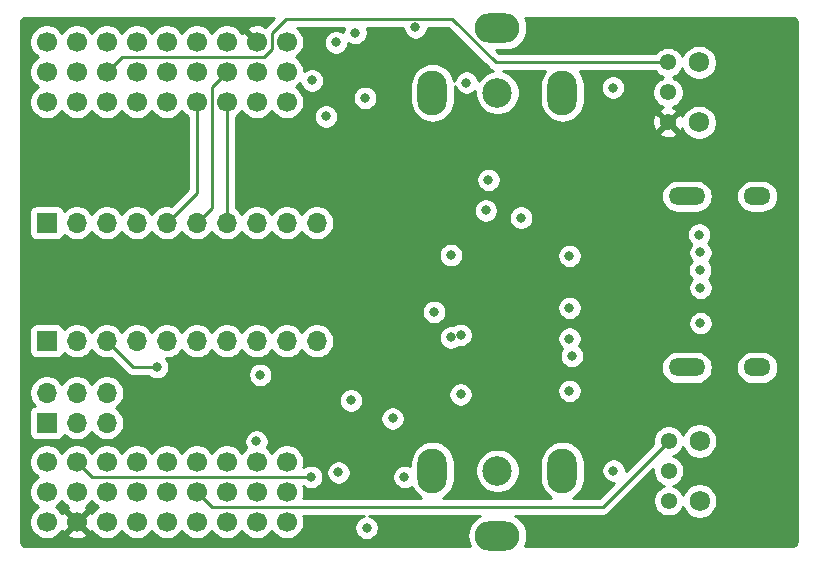
<source format=gbr>
%TF.GenerationSoftware,KiCad,Pcbnew,5.1.9-73d0e3b20d~88~ubuntu20.04.1*%
%TF.CreationDate,2021-06-05T19:42:07+02:00*%
%TF.ProjectId,andy,616e6479-2e6b-4696-9361-645f70636258,v1.00*%
%TF.SameCoordinates,Original*%
%TF.FileFunction,Copper,L3,Inr*%
%TF.FilePolarity,Positive*%
%FSLAX46Y46*%
G04 Gerber Fmt 4.6, Leading zero omitted, Abs format (unit mm)*
G04 Created by KiCad (PCBNEW 5.1.9-73d0e3b20d~88~ubuntu20.04.1) date 2021-06-05 19:42:07*
%MOMM*%
%LPD*%
G01*
G04 APERTURE LIST*
%TA.AperFunction,ComponentPad*%
%ADD10C,1.700000*%
%TD*%
%TA.AperFunction,ComponentPad*%
%ADD11C,1.381250*%
%TD*%
%TA.AperFunction,ComponentPad*%
%ADD12C,1.725000*%
%TD*%
%TA.AperFunction,ComponentPad*%
%ADD13C,1.381000*%
%TD*%
%TA.AperFunction,ComponentPad*%
%ADD14C,2.500000*%
%TD*%
%TA.AperFunction,ComponentPad*%
%ADD15O,2.500000X3.800000*%
%TD*%
%TA.AperFunction,ComponentPad*%
%ADD16O,3.800000X2.500000*%
%TD*%
%TA.AperFunction,ComponentPad*%
%ADD17O,3.100000X1.500000*%
%TD*%
%TA.AperFunction,ComponentPad*%
%ADD18O,2.300000X1.500000*%
%TD*%
%TA.AperFunction,ComponentPad*%
%ADD19O,1.700000X1.700000*%
%TD*%
%TA.AperFunction,ComponentPad*%
%ADD20R,1.700000X1.700000*%
%TD*%
%TA.AperFunction,ViaPad*%
%ADD21C,0.800000*%
%TD*%
%TA.AperFunction,Conductor*%
%ADD22C,0.250000*%
%TD*%
%TA.AperFunction,Conductor*%
%ADD23C,0.254000*%
%TD*%
%TA.AperFunction,Conductor*%
%ADD24C,0.100000*%
%TD*%
G04 APERTURE END LIST*
D10*
%TO.N,GND*%
%TO.C,U1*%
X160160000Y-79680000D03*
%TO.N,+3V3*%
X157620000Y-79680000D03*
%TO.N,N/C*%
X155080000Y-79680000D03*
%TO.N,hdmi_tx_en*%
X152540000Y-79680000D03*
%TO.N,sai1_sd_a_pc1*%
X150000000Y-79680000D03*
%TO.N,sai1_mclk_b*%
X147460000Y-79680000D03*
%TO.N,sai1_sck_b*%
X144920000Y-79680000D03*
%TO.N,spdifrx_in1*%
X142380000Y-79680000D03*
%TO.N,N/C*%
X139840000Y-79680000D03*
%TO.N,hdmi_5v_in*%
X160160000Y-82220000D03*
%TO.N,hdmi_hpd_en*%
X157620000Y-82220000D03*
%TO.N,i2s1_ws*%
X155080000Y-82220000D03*
%TO.N,hdmi_rx_en*%
X152540000Y-82220000D03*
%TO.N,i2s1_mck*%
X150000000Y-82220000D03*
%TO.N,N/C*%
X147460000Y-82220000D03*
%TO.N,sai1_sd_a_pb2*%
X144920000Y-82220000D03*
%TO.N,N/C*%
X142380000Y-82220000D03*
X139840000Y-82220000D03*
%TO.N,hdmi_5v_en*%
X160160000Y-84760000D03*
%TO.N,hdmi_hpd_in*%
X157620000Y-84760000D03*
%TO.N,i2s1_ck*%
X155080000Y-84760000D03*
%TO.N,i2s1_sd*%
X152540000Y-84760000D03*
%TO.N,spdifrx_in3*%
X150000000Y-84760000D03*
%TO.N,N/C*%
X147460000Y-84760000D03*
%TO.N,i2c2_scl*%
X144920000Y-84760000D03*
%TO.N,N/C*%
X142380000Y-84760000D03*
X139840000Y-84760000D03*
%TO.N,pc14*%
X160160000Y-115240000D03*
%TO.N,N/C*%
X157620000Y-115240000D03*
X155080000Y-115240000D03*
%TO.N,cec_pb6*%
X152540000Y-115240000D03*
%TO.N,i2c3_sda*%
X150000000Y-115240000D03*
%TO.N,uart5_rx*%
X147460000Y-115240000D03*
%TO.N,N/C*%
X144920000Y-115240000D03*
%TO.N,cec_pa15*%
X142380000Y-115240000D03*
%TO.N,swdio*%
X139840000Y-115240000D03*
%TO.N,pc15*%
X160160000Y-117780000D03*
%TO.N,N/C*%
X157620000Y-117780000D03*
%TO.N,sai1_fs_b*%
X155080000Y-117780000D03*
%TO.N,spdifrx_in0*%
X152540000Y-117780000D03*
%TO.N,N/C*%
X150000000Y-117780000D03*
%TO.N,i2c2_sda*%
X147460000Y-117780000D03*
%TO.N,uart5_tx*%
X144920000Y-117780000D03*
%TO.N,N/C*%
X142380000Y-117780000D03*
%TO.N,swclk*%
X139840000Y-117780000D03*
%TO.N,N/C*%
X160160000Y-120320000D03*
%TO.N,i2s_clk*%
X157620000Y-120320000D03*
%TO.N,i2c3_scl*%
X155080000Y-120320000D03*
%TO.N,sai1_sd_b*%
X152540000Y-120320000D03*
%TO.N,N/C*%
X150000000Y-120320000D03*
%TO.N,+5V*%
X147460000Y-120320000D03*
%TO.N,GND*%
X144920000Y-120320000D03*
%TO.N,+3V3*%
X142380000Y-120320000D03*
%TO.N,GND*%
X139840000Y-120320000D03*
%TD*%
D11*
%TO.N,+3V3*%
%TO.C,U2*%
X192440000Y-86500000D03*
%TO.N,GND*%
X192440000Y-83960000D03*
%TO.N,sai1_sd_a_pb2*%
X192440000Y-81420000D03*
D12*
%TO.N,N/C*%
X195070000Y-86500000D03*
X195070000Y-81420000D03*
%TD*%
D13*
%TO.N,Net-(C3-Pad2)*%
%TO.C,U3*%
X192490000Y-118540000D03*
%TO.N,GND*%
X192490000Y-116000000D03*
%TO.N,spdifrx_in0*%
X192490000Y-113460000D03*
D12*
%TO.N,N/C*%
X195110000Y-118540000D03*
X195110000Y-113460000D03*
%TD*%
D14*
%TO.N,spdif_rx*%
%TO.C,J1*%
X178000000Y-84000000D03*
D15*
%TO.N,GND*%
X172500000Y-84000000D03*
X183500000Y-84000000D03*
D16*
X178000000Y-78500000D03*
%TD*%
%TO.N,GND*%
%TO.C,J2*%
X178000000Y-121500000D03*
D15*
X172500000Y-116000000D03*
X183500000Y-116000000D03*
D14*
%TO.N,spdif_tx*%
X178000000Y-116000000D03*
%TD*%
D17*
%TO.N,N/C*%
%TO.C,J3*%
X194040000Y-107250000D03*
X194040000Y-92750000D03*
D18*
X200000000Y-107250000D03*
X200000000Y-92750000D03*
%TD*%
D19*
%TO.N,spdifrx_in3*%
%TO.C,J4*%
X162700000Y-105000000D03*
%TO.N,cec_pb6*%
X160160000Y-105000000D03*
%TO.N,sai1_mclk_b*%
X157620000Y-105000000D03*
%TO.N,sai1_sck_b*%
X155080000Y-105000000D03*
%TO.N,sai1_fs_b*%
X152540000Y-105000000D03*
%TO.N,sai1_sd_b*%
X150000000Y-105000000D03*
%TO.N,i2c3_sda*%
X147460000Y-105000000D03*
%TO.N,i2c3_scl*%
X144920000Y-105000000D03*
%TO.N,+5V*%
X142380000Y-105000000D03*
D20*
%TO.N,GND*%
X139840000Y-105000000D03*
%TD*%
%TO.N,GND*%
%TO.C,J5*%
X139840000Y-95000000D03*
D19*
%TO.N,+5V*%
X142380000Y-95000000D03*
%TO.N,i2c3_scl*%
X144920000Y-95000000D03*
%TO.N,i2c3_sda*%
X147460000Y-95000000D03*
%TO.N,i2s1_sd*%
X150000000Y-95000000D03*
%TO.N,i2s1_ws*%
X152540000Y-95000000D03*
%TO.N,i2s1_ck*%
X155080000Y-95000000D03*
%TO.N,i2s1_mck*%
X157620000Y-95000000D03*
%TO.N,pc14*%
X160160000Y-95000000D03*
%TO.N,pc15*%
X162700000Y-95000000D03*
%TD*%
D20*
%TO.N,GND*%
%TO.C,J6*%
X139840000Y-111930000D03*
D19*
X139840000Y-109390000D03*
%TO.N,swdio*%
X142380000Y-111930000D03*
%TO.N,uart5_tx*%
X142380000Y-109390000D03*
%TO.N,swclk*%
X144920000Y-111930000D03*
%TO.N,uart5_rx*%
X144920000Y-109390000D03*
%TD*%
D21*
%TO.N,GND*%
X187820000Y-115980000D03*
X164530000Y-116130000D03*
X187780000Y-83555000D03*
X166790000Y-84430000D03*
X166929998Y-120820000D03*
X170120000Y-116520000D03*
X195080000Y-96000000D03*
X195180000Y-97500000D03*
X195170000Y-99000000D03*
X195180000Y-100500000D03*
X195180000Y-103490000D03*
X184100000Y-97800000D03*
X174060000Y-97730000D03*
X165600000Y-110030000D03*
X184100000Y-109220000D03*
X184310000Y-106260000D03*
X184100000Y-104810000D03*
X174880000Y-109520000D03*
X174890000Y-104480000D03*
X171050000Y-78450000D03*
X164330000Y-79720000D03*
X177010000Y-93950000D03*
X157590000Y-113500000D03*
X157920000Y-107870000D03*
X184100000Y-102200000D03*
X174060000Y-104700000D03*
X177229998Y-91370000D03*
X165980000Y-78910000D03*
%TO.N,+3V3*%
X163510000Y-84430000D03*
X187790000Y-86810000D03*
X186200000Y-115700000D03*
X163670000Y-120810000D03*
X179620000Y-90500000D03*
X154680000Y-107870000D03*
X164550000Y-110880000D03*
X150000000Y-110564979D03*
%TO.N,+5V*%
X172650000Y-102550000D03*
%TO.N,hdmi_tx_en*%
X175370000Y-83130000D03*
%TO.N,spdif_tx*%
X180000000Y-94569994D03*
%TO.N,spdifrx_in1*%
X162300000Y-82950000D03*
%TO.N,i2c3_scl*%
X149160000Y-107210000D03*
%TO.N,i2c2_sda*%
X169130000Y-111559998D03*
%TO.N,i2c2_scl*%
X163480000Y-85990000D03*
%TO.N,cec_pa15*%
X162230029Y-116514847D03*
%TD*%
D22*
%TO.N,i2s1_ck*%
X155080000Y-95000000D02*
X155080000Y-84760000D01*
%TO.N,i2s1_ws*%
X153830000Y-83470000D02*
X155080000Y-82220000D01*
X153830000Y-93710000D02*
X153830000Y-83470000D01*
X152540000Y-95000000D02*
X153830000Y-93710000D01*
%TO.N,i2s1_sd*%
X152540000Y-92460000D02*
X152540000Y-84760000D01*
X150000000Y-95000000D02*
X152540000Y-92460000D01*
%TO.N,spdifrx_in0*%
X153810000Y-119050000D02*
X186900000Y-119050000D01*
X186900000Y-119050000D02*
X192490000Y-113460000D01*
X152540000Y-117780000D02*
X153810000Y-119050000D01*
%TO.N,sai1_sd_a_pb2*%
X158230000Y-80930000D02*
X146210000Y-80930000D01*
X160110000Y-77710000D02*
X158900000Y-78920000D01*
X158900000Y-78920000D02*
X158900000Y-80260000D01*
X174150000Y-77710000D02*
X160110000Y-77710000D01*
X146210000Y-80930000D02*
X144920000Y-82220000D01*
X158900000Y-80260000D02*
X158230000Y-80930000D01*
X177860000Y-81420000D02*
X174150000Y-77710000D01*
X192440000Y-81420000D02*
X177860000Y-81420000D01*
%TO.N,i2c3_scl*%
X147130000Y-107210000D02*
X149160000Y-107210000D01*
X144920000Y-105000000D02*
X147130000Y-107210000D01*
%TO.N,cec_pa15*%
X142380000Y-115240000D02*
X143654847Y-116514847D01*
X143654847Y-116514847D02*
X162230029Y-116514847D01*
%TD*%
D23*
%TO.N,+3V3*%
X158389002Y-78356197D02*
X158359999Y-78379999D01*
X158355473Y-78385513D01*
X158127117Y-78276629D01*
X157843589Y-78204661D01*
X157551469Y-78189389D01*
X157261981Y-78231401D01*
X156986253Y-78329081D01*
X156848843Y-78402528D01*
X156771208Y-78651603D01*
X157620000Y-79500395D01*
X157634143Y-79486253D01*
X157813748Y-79665858D01*
X157799605Y-79680000D01*
X157813748Y-79694143D01*
X157634143Y-79873748D01*
X157620000Y-79859605D01*
X157605858Y-79873748D01*
X157426253Y-79694143D01*
X157440395Y-79680000D01*
X156591603Y-78831208D01*
X156349311Y-78906729D01*
X156233475Y-78733368D01*
X156026632Y-78526525D01*
X155783411Y-78364010D01*
X155513158Y-78252068D01*
X155226260Y-78195000D01*
X154933740Y-78195000D01*
X154646842Y-78252068D01*
X154376589Y-78364010D01*
X154133368Y-78526525D01*
X153926525Y-78733368D01*
X153810000Y-78907760D01*
X153693475Y-78733368D01*
X153486632Y-78526525D01*
X153243411Y-78364010D01*
X152973158Y-78252068D01*
X152686260Y-78195000D01*
X152393740Y-78195000D01*
X152106842Y-78252068D01*
X151836589Y-78364010D01*
X151593368Y-78526525D01*
X151386525Y-78733368D01*
X151270000Y-78907760D01*
X151153475Y-78733368D01*
X150946632Y-78526525D01*
X150703411Y-78364010D01*
X150433158Y-78252068D01*
X150146260Y-78195000D01*
X149853740Y-78195000D01*
X149566842Y-78252068D01*
X149296589Y-78364010D01*
X149053368Y-78526525D01*
X148846525Y-78733368D01*
X148730000Y-78907760D01*
X148613475Y-78733368D01*
X148406632Y-78526525D01*
X148163411Y-78364010D01*
X147893158Y-78252068D01*
X147606260Y-78195000D01*
X147313740Y-78195000D01*
X147026842Y-78252068D01*
X146756589Y-78364010D01*
X146513368Y-78526525D01*
X146306525Y-78733368D01*
X146190000Y-78907760D01*
X146073475Y-78733368D01*
X145866632Y-78526525D01*
X145623411Y-78364010D01*
X145353158Y-78252068D01*
X145066260Y-78195000D01*
X144773740Y-78195000D01*
X144486842Y-78252068D01*
X144216589Y-78364010D01*
X143973368Y-78526525D01*
X143766525Y-78733368D01*
X143650000Y-78907760D01*
X143533475Y-78733368D01*
X143326632Y-78526525D01*
X143083411Y-78364010D01*
X142813158Y-78252068D01*
X142526260Y-78195000D01*
X142233740Y-78195000D01*
X141946842Y-78252068D01*
X141676589Y-78364010D01*
X141433368Y-78526525D01*
X141226525Y-78733368D01*
X141110000Y-78907760D01*
X140993475Y-78733368D01*
X140786632Y-78526525D01*
X140543411Y-78364010D01*
X140273158Y-78252068D01*
X139986260Y-78195000D01*
X139693740Y-78195000D01*
X139406842Y-78252068D01*
X139136589Y-78364010D01*
X138893368Y-78526525D01*
X138686525Y-78733368D01*
X138524010Y-78976589D01*
X138412068Y-79246842D01*
X138355000Y-79533740D01*
X138355000Y-79826260D01*
X138412068Y-80113158D01*
X138524010Y-80383411D01*
X138686525Y-80626632D01*
X138893368Y-80833475D01*
X139067760Y-80950000D01*
X138893368Y-81066525D01*
X138686525Y-81273368D01*
X138524010Y-81516589D01*
X138412068Y-81786842D01*
X138355000Y-82073740D01*
X138355000Y-82366260D01*
X138412068Y-82653158D01*
X138524010Y-82923411D01*
X138686525Y-83166632D01*
X138893368Y-83373475D01*
X139067760Y-83490000D01*
X138893368Y-83606525D01*
X138686525Y-83813368D01*
X138524010Y-84056589D01*
X138412068Y-84326842D01*
X138355000Y-84613740D01*
X138355000Y-84906260D01*
X138412068Y-85193158D01*
X138524010Y-85463411D01*
X138686525Y-85706632D01*
X138893368Y-85913475D01*
X139136589Y-86075990D01*
X139406842Y-86187932D01*
X139693740Y-86245000D01*
X139986260Y-86245000D01*
X140273158Y-86187932D01*
X140543411Y-86075990D01*
X140786632Y-85913475D01*
X140993475Y-85706632D01*
X141110000Y-85532240D01*
X141226525Y-85706632D01*
X141433368Y-85913475D01*
X141676589Y-86075990D01*
X141946842Y-86187932D01*
X142233740Y-86245000D01*
X142526260Y-86245000D01*
X142813158Y-86187932D01*
X143083411Y-86075990D01*
X143326632Y-85913475D01*
X143533475Y-85706632D01*
X143650000Y-85532240D01*
X143766525Y-85706632D01*
X143973368Y-85913475D01*
X144216589Y-86075990D01*
X144486842Y-86187932D01*
X144773740Y-86245000D01*
X145066260Y-86245000D01*
X145353158Y-86187932D01*
X145623411Y-86075990D01*
X145866632Y-85913475D01*
X146073475Y-85706632D01*
X146190000Y-85532240D01*
X146306525Y-85706632D01*
X146513368Y-85913475D01*
X146756589Y-86075990D01*
X147026842Y-86187932D01*
X147313740Y-86245000D01*
X147606260Y-86245000D01*
X147893158Y-86187932D01*
X148163411Y-86075990D01*
X148406632Y-85913475D01*
X148613475Y-85706632D01*
X148730000Y-85532240D01*
X148846525Y-85706632D01*
X149053368Y-85913475D01*
X149296589Y-86075990D01*
X149566842Y-86187932D01*
X149853740Y-86245000D01*
X150146260Y-86245000D01*
X150433158Y-86187932D01*
X150703411Y-86075990D01*
X150946632Y-85913475D01*
X151153475Y-85706632D01*
X151270000Y-85532240D01*
X151386525Y-85706632D01*
X151593368Y-85913475D01*
X151780001Y-86038179D01*
X151780000Y-92145197D01*
X150366408Y-93558790D01*
X150146260Y-93515000D01*
X149853740Y-93515000D01*
X149566842Y-93572068D01*
X149296589Y-93684010D01*
X149053368Y-93846525D01*
X148846525Y-94053368D01*
X148730000Y-94227760D01*
X148613475Y-94053368D01*
X148406632Y-93846525D01*
X148163411Y-93684010D01*
X147893158Y-93572068D01*
X147606260Y-93515000D01*
X147313740Y-93515000D01*
X147026842Y-93572068D01*
X146756589Y-93684010D01*
X146513368Y-93846525D01*
X146306525Y-94053368D01*
X146190000Y-94227760D01*
X146073475Y-94053368D01*
X145866632Y-93846525D01*
X145623411Y-93684010D01*
X145353158Y-93572068D01*
X145066260Y-93515000D01*
X144773740Y-93515000D01*
X144486842Y-93572068D01*
X144216589Y-93684010D01*
X143973368Y-93846525D01*
X143766525Y-94053368D01*
X143650000Y-94227760D01*
X143533475Y-94053368D01*
X143326632Y-93846525D01*
X143083411Y-93684010D01*
X142813158Y-93572068D01*
X142526260Y-93515000D01*
X142233740Y-93515000D01*
X141946842Y-93572068D01*
X141676589Y-93684010D01*
X141433368Y-93846525D01*
X141301513Y-93978380D01*
X141279502Y-93905820D01*
X141220537Y-93795506D01*
X141141185Y-93698815D01*
X141044494Y-93619463D01*
X140934180Y-93560498D01*
X140814482Y-93524188D01*
X140690000Y-93511928D01*
X138990000Y-93511928D01*
X138865518Y-93524188D01*
X138745820Y-93560498D01*
X138635506Y-93619463D01*
X138538815Y-93698815D01*
X138459463Y-93795506D01*
X138400498Y-93905820D01*
X138364188Y-94025518D01*
X138351928Y-94150000D01*
X138351928Y-95850000D01*
X138364188Y-95974482D01*
X138400498Y-96094180D01*
X138459463Y-96204494D01*
X138538815Y-96301185D01*
X138635506Y-96380537D01*
X138745820Y-96439502D01*
X138865518Y-96475812D01*
X138990000Y-96488072D01*
X140690000Y-96488072D01*
X140814482Y-96475812D01*
X140934180Y-96439502D01*
X141044494Y-96380537D01*
X141141185Y-96301185D01*
X141220537Y-96204494D01*
X141279502Y-96094180D01*
X141301513Y-96021620D01*
X141433368Y-96153475D01*
X141676589Y-96315990D01*
X141946842Y-96427932D01*
X142233740Y-96485000D01*
X142526260Y-96485000D01*
X142813158Y-96427932D01*
X143083411Y-96315990D01*
X143326632Y-96153475D01*
X143533475Y-95946632D01*
X143650000Y-95772240D01*
X143766525Y-95946632D01*
X143973368Y-96153475D01*
X144216589Y-96315990D01*
X144486842Y-96427932D01*
X144773740Y-96485000D01*
X145066260Y-96485000D01*
X145353158Y-96427932D01*
X145623411Y-96315990D01*
X145866632Y-96153475D01*
X146073475Y-95946632D01*
X146190000Y-95772240D01*
X146306525Y-95946632D01*
X146513368Y-96153475D01*
X146756589Y-96315990D01*
X147026842Y-96427932D01*
X147313740Y-96485000D01*
X147606260Y-96485000D01*
X147893158Y-96427932D01*
X148163411Y-96315990D01*
X148406632Y-96153475D01*
X148613475Y-95946632D01*
X148730000Y-95772240D01*
X148846525Y-95946632D01*
X149053368Y-96153475D01*
X149296589Y-96315990D01*
X149566842Y-96427932D01*
X149853740Y-96485000D01*
X150146260Y-96485000D01*
X150433158Y-96427932D01*
X150703411Y-96315990D01*
X150946632Y-96153475D01*
X151153475Y-95946632D01*
X151270000Y-95772240D01*
X151386525Y-95946632D01*
X151593368Y-96153475D01*
X151836589Y-96315990D01*
X152106842Y-96427932D01*
X152393740Y-96485000D01*
X152686260Y-96485000D01*
X152973158Y-96427932D01*
X153243411Y-96315990D01*
X153486632Y-96153475D01*
X153693475Y-95946632D01*
X153810000Y-95772240D01*
X153926525Y-95946632D01*
X154133368Y-96153475D01*
X154376589Y-96315990D01*
X154646842Y-96427932D01*
X154933740Y-96485000D01*
X155226260Y-96485000D01*
X155513158Y-96427932D01*
X155783411Y-96315990D01*
X156026632Y-96153475D01*
X156233475Y-95946632D01*
X156350000Y-95772240D01*
X156466525Y-95946632D01*
X156673368Y-96153475D01*
X156916589Y-96315990D01*
X157186842Y-96427932D01*
X157473740Y-96485000D01*
X157766260Y-96485000D01*
X158053158Y-96427932D01*
X158323411Y-96315990D01*
X158566632Y-96153475D01*
X158773475Y-95946632D01*
X158890000Y-95772240D01*
X159006525Y-95946632D01*
X159213368Y-96153475D01*
X159456589Y-96315990D01*
X159726842Y-96427932D01*
X160013740Y-96485000D01*
X160306260Y-96485000D01*
X160593158Y-96427932D01*
X160863411Y-96315990D01*
X161106632Y-96153475D01*
X161313475Y-95946632D01*
X161430000Y-95772240D01*
X161546525Y-95946632D01*
X161753368Y-96153475D01*
X161996589Y-96315990D01*
X162266842Y-96427932D01*
X162553740Y-96485000D01*
X162846260Y-96485000D01*
X163133158Y-96427932D01*
X163403411Y-96315990D01*
X163646632Y-96153475D01*
X163853475Y-95946632D01*
X163885929Y-95898061D01*
X194045000Y-95898061D01*
X194045000Y-96101939D01*
X194084774Y-96301898D01*
X194162795Y-96490256D01*
X194276063Y-96659774D01*
X194416289Y-96800000D01*
X194376063Y-96840226D01*
X194262795Y-97009744D01*
X194184774Y-97198102D01*
X194145000Y-97398061D01*
X194145000Y-97601939D01*
X194184774Y-97801898D01*
X194262795Y-97990256D01*
X194376063Y-98159774D01*
X194461289Y-98245000D01*
X194366063Y-98340226D01*
X194252795Y-98509744D01*
X194174774Y-98698102D01*
X194135000Y-98898061D01*
X194135000Y-99101939D01*
X194174774Y-99301898D01*
X194252795Y-99490256D01*
X194366063Y-99659774D01*
X194461289Y-99755000D01*
X194376063Y-99840226D01*
X194262795Y-100009744D01*
X194184774Y-100198102D01*
X194145000Y-100398061D01*
X194145000Y-100601939D01*
X194184774Y-100801898D01*
X194262795Y-100990256D01*
X194376063Y-101159774D01*
X194520226Y-101303937D01*
X194689744Y-101417205D01*
X194878102Y-101495226D01*
X195078061Y-101535000D01*
X195281939Y-101535000D01*
X195481898Y-101495226D01*
X195670256Y-101417205D01*
X195839774Y-101303937D01*
X195983937Y-101159774D01*
X196097205Y-100990256D01*
X196175226Y-100801898D01*
X196215000Y-100601939D01*
X196215000Y-100398061D01*
X196175226Y-100198102D01*
X196097205Y-100009744D01*
X195983937Y-99840226D01*
X195888711Y-99745000D01*
X195973937Y-99659774D01*
X196087205Y-99490256D01*
X196165226Y-99301898D01*
X196205000Y-99101939D01*
X196205000Y-98898061D01*
X196165226Y-98698102D01*
X196087205Y-98509744D01*
X195973937Y-98340226D01*
X195888711Y-98255000D01*
X195983937Y-98159774D01*
X196097205Y-97990256D01*
X196175226Y-97801898D01*
X196215000Y-97601939D01*
X196215000Y-97398061D01*
X196175226Y-97198102D01*
X196097205Y-97009744D01*
X195983937Y-96840226D01*
X195843711Y-96700000D01*
X195883937Y-96659774D01*
X195997205Y-96490256D01*
X196075226Y-96301898D01*
X196115000Y-96101939D01*
X196115000Y-95898061D01*
X196075226Y-95698102D01*
X195997205Y-95509744D01*
X195883937Y-95340226D01*
X195739774Y-95196063D01*
X195570256Y-95082795D01*
X195381898Y-95004774D01*
X195181939Y-94965000D01*
X194978061Y-94965000D01*
X194778102Y-95004774D01*
X194589744Y-95082795D01*
X194420226Y-95196063D01*
X194276063Y-95340226D01*
X194162795Y-95509744D01*
X194084774Y-95698102D01*
X194045000Y-95898061D01*
X163885929Y-95898061D01*
X164015990Y-95703411D01*
X164127932Y-95433158D01*
X164185000Y-95146260D01*
X164185000Y-94853740D01*
X164127932Y-94566842D01*
X164015990Y-94296589D01*
X163853475Y-94053368D01*
X163648168Y-93848061D01*
X175975000Y-93848061D01*
X175975000Y-94051939D01*
X176014774Y-94251898D01*
X176092795Y-94440256D01*
X176206063Y-94609774D01*
X176350226Y-94753937D01*
X176519744Y-94867205D01*
X176708102Y-94945226D01*
X176908061Y-94985000D01*
X177111939Y-94985000D01*
X177311898Y-94945226D01*
X177500256Y-94867205D01*
X177669774Y-94753937D01*
X177813937Y-94609774D01*
X177908630Y-94468055D01*
X178965000Y-94468055D01*
X178965000Y-94671933D01*
X179004774Y-94871892D01*
X179082795Y-95060250D01*
X179196063Y-95229768D01*
X179340226Y-95373931D01*
X179509744Y-95487199D01*
X179698102Y-95565220D01*
X179898061Y-95604994D01*
X180101939Y-95604994D01*
X180301898Y-95565220D01*
X180490256Y-95487199D01*
X180659774Y-95373931D01*
X180803937Y-95229768D01*
X180917205Y-95060250D01*
X180995226Y-94871892D01*
X181035000Y-94671933D01*
X181035000Y-94468055D01*
X180995226Y-94268096D01*
X180917205Y-94079738D01*
X180803937Y-93910220D01*
X180659774Y-93766057D01*
X180490256Y-93652789D01*
X180301898Y-93574768D01*
X180101939Y-93534994D01*
X179898061Y-93534994D01*
X179698102Y-93574768D01*
X179509744Y-93652789D01*
X179340226Y-93766057D01*
X179196063Y-93910220D01*
X179082795Y-94079738D01*
X179004774Y-94268096D01*
X178965000Y-94468055D01*
X177908630Y-94468055D01*
X177927205Y-94440256D01*
X178005226Y-94251898D01*
X178045000Y-94051939D01*
X178045000Y-93848061D01*
X178005226Y-93648102D01*
X177927205Y-93459744D01*
X177813937Y-93290226D01*
X177669774Y-93146063D01*
X177500256Y-93032795D01*
X177311898Y-92954774D01*
X177111939Y-92915000D01*
X176908061Y-92915000D01*
X176708102Y-92954774D01*
X176519744Y-93032795D01*
X176350226Y-93146063D01*
X176206063Y-93290226D01*
X176092795Y-93459744D01*
X176014774Y-93648102D01*
X175975000Y-93848061D01*
X163648168Y-93848061D01*
X163646632Y-93846525D01*
X163403411Y-93684010D01*
X163133158Y-93572068D01*
X162846260Y-93515000D01*
X162553740Y-93515000D01*
X162266842Y-93572068D01*
X161996589Y-93684010D01*
X161753368Y-93846525D01*
X161546525Y-94053368D01*
X161430000Y-94227760D01*
X161313475Y-94053368D01*
X161106632Y-93846525D01*
X160863411Y-93684010D01*
X160593158Y-93572068D01*
X160306260Y-93515000D01*
X160013740Y-93515000D01*
X159726842Y-93572068D01*
X159456589Y-93684010D01*
X159213368Y-93846525D01*
X159006525Y-94053368D01*
X158890000Y-94227760D01*
X158773475Y-94053368D01*
X158566632Y-93846525D01*
X158323411Y-93684010D01*
X158053158Y-93572068D01*
X157766260Y-93515000D01*
X157473740Y-93515000D01*
X157186842Y-93572068D01*
X156916589Y-93684010D01*
X156673368Y-93846525D01*
X156466525Y-94053368D01*
X156350000Y-94227760D01*
X156233475Y-94053368D01*
X156026632Y-93846525D01*
X155840000Y-93721822D01*
X155840000Y-92750000D01*
X191848299Y-92750000D01*
X191875040Y-93021507D01*
X191954236Y-93282581D01*
X192082843Y-93523188D01*
X192255919Y-93734081D01*
X192466812Y-93907157D01*
X192707419Y-94035764D01*
X192968493Y-94114960D01*
X193171963Y-94135000D01*
X194908037Y-94135000D01*
X195111507Y-94114960D01*
X195372581Y-94035764D01*
X195613188Y-93907157D01*
X195824081Y-93734081D01*
X195997157Y-93523188D01*
X196125764Y-93282581D01*
X196204960Y-93021507D01*
X196231701Y-92750000D01*
X198208299Y-92750000D01*
X198235040Y-93021507D01*
X198314236Y-93282581D01*
X198442843Y-93523188D01*
X198615919Y-93734081D01*
X198826812Y-93907157D01*
X199067419Y-94035764D01*
X199328493Y-94114960D01*
X199531963Y-94135000D01*
X200468037Y-94135000D01*
X200671507Y-94114960D01*
X200932581Y-94035764D01*
X201173188Y-93907157D01*
X201384081Y-93734081D01*
X201557157Y-93523188D01*
X201685764Y-93282581D01*
X201764960Y-93021507D01*
X201791701Y-92750000D01*
X201764960Y-92478493D01*
X201685764Y-92217419D01*
X201557157Y-91976812D01*
X201384081Y-91765919D01*
X201173188Y-91592843D01*
X200932581Y-91464236D01*
X200671507Y-91385040D01*
X200468037Y-91365000D01*
X199531963Y-91365000D01*
X199328493Y-91385040D01*
X199067419Y-91464236D01*
X198826812Y-91592843D01*
X198615919Y-91765919D01*
X198442843Y-91976812D01*
X198314236Y-92217419D01*
X198235040Y-92478493D01*
X198208299Y-92750000D01*
X196231701Y-92750000D01*
X196204960Y-92478493D01*
X196125764Y-92217419D01*
X195997157Y-91976812D01*
X195824081Y-91765919D01*
X195613188Y-91592843D01*
X195372581Y-91464236D01*
X195111507Y-91385040D01*
X194908037Y-91365000D01*
X193171963Y-91365000D01*
X192968493Y-91385040D01*
X192707419Y-91464236D01*
X192466812Y-91592843D01*
X192255919Y-91765919D01*
X192082843Y-91976812D01*
X191954236Y-92217419D01*
X191875040Y-92478493D01*
X191848299Y-92750000D01*
X155840000Y-92750000D01*
X155840000Y-91268061D01*
X176194998Y-91268061D01*
X176194998Y-91471939D01*
X176234772Y-91671898D01*
X176312793Y-91860256D01*
X176426061Y-92029774D01*
X176570224Y-92173937D01*
X176739742Y-92287205D01*
X176928100Y-92365226D01*
X177128059Y-92405000D01*
X177331937Y-92405000D01*
X177531896Y-92365226D01*
X177720254Y-92287205D01*
X177889772Y-92173937D01*
X178033935Y-92029774D01*
X178147203Y-91860256D01*
X178225224Y-91671898D01*
X178264998Y-91471939D01*
X178264998Y-91268061D01*
X178225224Y-91068102D01*
X178147203Y-90879744D01*
X178033935Y-90710226D01*
X177889772Y-90566063D01*
X177720254Y-90452795D01*
X177531896Y-90374774D01*
X177331937Y-90335000D01*
X177128059Y-90335000D01*
X176928100Y-90374774D01*
X176739742Y-90452795D01*
X176570224Y-90566063D01*
X176426061Y-90710226D01*
X176312793Y-90879744D01*
X176234772Y-91068102D01*
X176194998Y-91268061D01*
X155840000Y-91268061D01*
X155840000Y-87414568D01*
X191705037Y-87414568D01*
X191763359Y-87647382D01*
X192000204Y-87757342D01*
X192253950Y-87818983D01*
X192514845Y-87829936D01*
X192772865Y-87789780D01*
X193018092Y-87700058D01*
X193116641Y-87647382D01*
X193174963Y-87414568D01*
X192440000Y-86679605D01*
X191705037Y-87414568D01*
X155840000Y-87414568D01*
X155840000Y-86038178D01*
X156026632Y-85913475D01*
X156233475Y-85706632D01*
X156350000Y-85532240D01*
X156466525Y-85706632D01*
X156673368Y-85913475D01*
X156916589Y-86075990D01*
X157186842Y-86187932D01*
X157473740Y-86245000D01*
X157766260Y-86245000D01*
X158053158Y-86187932D01*
X158323411Y-86075990D01*
X158566632Y-85913475D01*
X158773475Y-85706632D01*
X158890000Y-85532240D01*
X159006525Y-85706632D01*
X159213368Y-85913475D01*
X159456589Y-86075990D01*
X159726842Y-86187932D01*
X160013740Y-86245000D01*
X160306260Y-86245000D01*
X160593158Y-86187932D01*
X160863411Y-86075990D01*
X161106632Y-85913475D01*
X161132046Y-85888061D01*
X162445000Y-85888061D01*
X162445000Y-86091939D01*
X162484774Y-86291898D01*
X162562795Y-86480256D01*
X162676063Y-86649774D01*
X162820226Y-86793937D01*
X162989744Y-86907205D01*
X163178102Y-86985226D01*
X163378061Y-87025000D01*
X163581939Y-87025000D01*
X163781898Y-86985226D01*
X163970256Y-86907205D01*
X164139774Y-86793937D01*
X164283937Y-86649774D01*
X164334002Y-86574845D01*
X191110064Y-86574845D01*
X191150220Y-86832865D01*
X191239942Y-87078092D01*
X191292618Y-87176641D01*
X191525432Y-87234963D01*
X192260395Y-86500000D01*
X192619605Y-86500000D01*
X193354568Y-87234963D01*
X193587382Y-87176641D01*
X193662433Y-87014988D01*
X193742933Y-87209332D01*
X193906816Y-87454601D01*
X194115399Y-87663184D01*
X194360668Y-87827067D01*
X194633195Y-87939952D01*
X194922509Y-87997500D01*
X195217491Y-87997500D01*
X195506805Y-87939952D01*
X195779332Y-87827067D01*
X196024601Y-87663184D01*
X196233184Y-87454601D01*
X196397067Y-87209332D01*
X196509952Y-86936805D01*
X196567500Y-86647491D01*
X196567500Y-86352509D01*
X196509952Y-86063195D01*
X196397067Y-85790668D01*
X196233184Y-85545399D01*
X196024601Y-85336816D01*
X195779332Y-85172933D01*
X195506805Y-85060048D01*
X195217491Y-85002500D01*
X194922509Y-85002500D01*
X194633195Y-85060048D01*
X194360668Y-85172933D01*
X194115399Y-85336816D01*
X193906816Y-85545399D01*
X193742933Y-85790668D01*
X193662811Y-85984097D01*
X193640058Y-85921908D01*
X193587382Y-85823359D01*
X193354568Y-85765037D01*
X192619605Y-86500000D01*
X192260395Y-86500000D01*
X191525432Y-85765037D01*
X191292618Y-85823359D01*
X191182658Y-86060204D01*
X191121017Y-86313950D01*
X191110064Y-86574845D01*
X164334002Y-86574845D01*
X164397205Y-86480256D01*
X164475226Y-86291898D01*
X164515000Y-86091939D01*
X164515000Y-85888061D01*
X164475226Y-85688102D01*
X164397205Y-85499744D01*
X164283937Y-85330226D01*
X164139774Y-85186063D01*
X163970256Y-85072795D01*
X163781898Y-84994774D01*
X163581939Y-84955000D01*
X163378061Y-84955000D01*
X163178102Y-84994774D01*
X162989744Y-85072795D01*
X162820226Y-85186063D01*
X162676063Y-85330226D01*
X162562795Y-85499744D01*
X162484774Y-85688102D01*
X162445000Y-85888061D01*
X161132046Y-85888061D01*
X161313475Y-85706632D01*
X161475990Y-85463411D01*
X161587932Y-85193158D01*
X161645000Y-84906260D01*
X161645000Y-84613740D01*
X161588175Y-84328061D01*
X165755000Y-84328061D01*
X165755000Y-84531939D01*
X165794774Y-84731898D01*
X165872795Y-84920256D01*
X165986063Y-85089774D01*
X166130226Y-85233937D01*
X166299744Y-85347205D01*
X166488102Y-85425226D01*
X166688061Y-85465000D01*
X166891939Y-85465000D01*
X167091898Y-85425226D01*
X167280256Y-85347205D01*
X167449774Y-85233937D01*
X167593937Y-85089774D01*
X167707205Y-84920256D01*
X167785226Y-84731898D01*
X167825000Y-84531939D01*
X167825000Y-84328061D01*
X167785226Y-84128102D01*
X167707205Y-83939744D01*
X167593937Y-83770226D01*
X167449774Y-83626063D01*
X167280256Y-83512795D01*
X167091898Y-83434774D01*
X166891939Y-83395000D01*
X166688061Y-83395000D01*
X166488102Y-83434774D01*
X166299744Y-83512795D01*
X166130226Y-83626063D01*
X165986063Y-83770226D01*
X165872795Y-83939744D01*
X165794774Y-84128102D01*
X165755000Y-84328061D01*
X161588175Y-84328061D01*
X161587932Y-84326842D01*
X161475990Y-84056589D01*
X161313475Y-83813368D01*
X161106632Y-83606525D01*
X160932240Y-83490000D01*
X161106632Y-83373475D01*
X161292071Y-83188036D01*
X161304774Y-83251898D01*
X161382795Y-83440256D01*
X161496063Y-83609774D01*
X161640226Y-83753937D01*
X161809744Y-83867205D01*
X161998102Y-83945226D01*
X162198061Y-83985000D01*
X162401939Y-83985000D01*
X162601898Y-83945226D01*
X162790256Y-83867205D01*
X162959774Y-83753937D01*
X163103937Y-83609774D01*
X163217205Y-83440256D01*
X163295226Y-83251898D01*
X163335000Y-83051939D01*
X163335000Y-82848061D01*
X163295226Y-82648102D01*
X163217205Y-82459744D01*
X163103937Y-82290226D01*
X162959774Y-82146063D01*
X162790256Y-82032795D01*
X162601898Y-81954774D01*
X162401939Y-81915000D01*
X162198061Y-81915000D01*
X161998102Y-81954774D01*
X161809744Y-82032795D01*
X161645000Y-82142873D01*
X161645000Y-82073740D01*
X161587932Y-81786842D01*
X161475990Y-81516589D01*
X161313475Y-81273368D01*
X161106632Y-81066525D01*
X160932240Y-80950000D01*
X161106632Y-80833475D01*
X161313475Y-80626632D01*
X161475990Y-80383411D01*
X161587932Y-80113158D01*
X161645000Y-79826260D01*
X161645000Y-79533740D01*
X161587932Y-79246842D01*
X161475990Y-78976589D01*
X161313475Y-78733368D01*
X161106632Y-78526525D01*
X161022036Y-78470000D01*
X165041978Y-78470000D01*
X164984774Y-78608102D01*
X164945000Y-78808061D01*
X164945000Y-78886146D01*
X164820256Y-78802795D01*
X164631898Y-78724774D01*
X164431939Y-78685000D01*
X164228061Y-78685000D01*
X164028102Y-78724774D01*
X163839744Y-78802795D01*
X163670226Y-78916063D01*
X163526063Y-79060226D01*
X163412795Y-79229744D01*
X163334774Y-79418102D01*
X163295000Y-79618061D01*
X163295000Y-79821939D01*
X163334774Y-80021898D01*
X163412795Y-80210256D01*
X163526063Y-80379774D01*
X163670226Y-80523937D01*
X163839744Y-80637205D01*
X164028102Y-80715226D01*
X164228061Y-80755000D01*
X164431939Y-80755000D01*
X164631898Y-80715226D01*
X164820256Y-80637205D01*
X164989774Y-80523937D01*
X165133937Y-80379774D01*
X165247205Y-80210256D01*
X165325226Y-80021898D01*
X165365000Y-79821939D01*
X165365000Y-79743854D01*
X165489744Y-79827205D01*
X165678102Y-79905226D01*
X165878061Y-79945000D01*
X166081939Y-79945000D01*
X166281898Y-79905226D01*
X166470256Y-79827205D01*
X166639774Y-79713937D01*
X166783937Y-79569774D01*
X166897205Y-79400256D01*
X166975226Y-79211898D01*
X167015000Y-79011939D01*
X167015000Y-78808061D01*
X166975226Y-78608102D01*
X166918022Y-78470000D01*
X170015000Y-78470000D01*
X170015000Y-78551939D01*
X170054774Y-78751898D01*
X170132795Y-78940256D01*
X170246063Y-79109774D01*
X170390226Y-79253937D01*
X170559744Y-79367205D01*
X170748102Y-79445226D01*
X170948061Y-79485000D01*
X171151939Y-79485000D01*
X171351898Y-79445226D01*
X171540256Y-79367205D01*
X171709774Y-79253937D01*
X171853937Y-79109774D01*
X171967205Y-78940256D01*
X172045226Y-78751898D01*
X172085000Y-78551939D01*
X172085000Y-78470000D01*
X173835199Y-78470000D01*
X177296201Y-81931003D01*
X177319999Y-81960001D01*
X177435724Y-82054974D01*
X177567753Y-82125546D01*
X177644415Y-82148801D01*
X177450166Y-82187439D01*
X177107118Y-82329534D01*
X176798382Y-82535825D01*
X176535825Y-82798382D01*
X176399806Y-83001949D01*
X176365226Y-82828102D01*
X176287205Y-82639744D01*
X176173937Y-82470226D01*
X176029774Y-82326063D01*
X175860256Y-82212795D01*
X175671898Y-82134774D01*
X175471939Y-82095000D01*
X175268061Y-82095000D01*
X175068102Y-82134774D01*
X174879744Y-82212795D01*
X174710226Y-82326063D01*
X174566063Y-82470226D01*
X174452795Y-82639744D01*
X174374774Y-82828102D01*
X174349717Y-82954075D01*
X174249939Y-82625152D01*
X174074903Y-82297683D01*
X173839345Y-82010655D01*
X173552317Y-81775097D01*
X173224847Y-81600061D01*
X172869523Y-81492275D01*
X172500000Y-81455880D01*
X172130476Y-81492275D01*
X171775152Y-81600061D01*
X171447683Y-81775097D01*
X171160655Y-82010655D01*
X170925097Y-82297683D01*
X170750061Y-82625153D01*
X170642275Y-82980477D01*
X170615000Y-83257404D01*
X170615000Y-84742597D01*
X170642275Y-85019524D01*
X170750062Y-85374848D01*
X170925098Y-85702317D01*
X171160656Y-85989345D01*
X171447684Y-86224903D01*
X171775153Y-86399939D01*
X172130477Y-86507725D01*
X172500000Y-86544120D01*
X172869524Y-86507725D01*
X173224848Y-86399939D01*
X173552317Y-86224903D01*
X173839345Y-85989345D01*
X174074903Y-85702317D01*
X174249939Y-85374848D01*
X174357725Y-85019524D01*
X174385000Y-84742597D01*
X174385000Y-83456586D01*
X174452795Y-83620256D01*
X174566063Y-83789774D01*
X174710226Y-83933937D01*
X174879744Y-84047205D01*
X175068102Y-84125226D01*
X175268061Y-84165000D01*
X175471939Y-84165000D01*
X175671898Y-84125226D01*
X175860256Y-84047205D01*
X176029774Y-83933937D01*
X176115000Y-83848711D01*
X176115000Y-84185656D01*
X176187439Y-84549834D01*
X176329534Y-84892882D01*
X176535825Y-85201618D01*
X176798382Y-85464175D01*
X177107118Y-85670466D01*
X177450166Y-85812561D01*
X177814344Y-85885000D01*
X178185656Y-85885000D01*
X178549834Y-85812561D01*
X178892882Y-85670466D01*
X179201618Y-85464175D01*
X179464175Y-85201618D01*
X179670466Y-84892882D01*
X179812561Y-84549834D01*
X179885000Y-84185656D01*
X179885000Y-83814344D01*
X179812561Y-83450166D01*
X179670466Y-83107118D01*
X179464175Y-82798382D01*
X179201618Y-82535825D01*
X178892882Y-82329534D01*
X178549834Y-82187439D01*
X178512435Y-82180000D01*
X182021677Y-82180000D01*
X181925097Y-82297683D01*
X181750061Y-82625153D01*
X181642275Y-82980477D01*
X181615000Y-83257404D01*
X181615000Y-84742597D01*
X181642275Y-85019524D01*
X181750062Y-85374848D01*
X181925098Y-85702317D01*
X182160656Y-85989345D01*
X182447684Y-86224903D01*
X182775153Y-86399939D01*
X183130477Y-86507725D01*
X183500000Y-86544120D01*
X183869524Y-86507725D01*
X184224848Y-86399939D01*
X184552317Y-86224903D01*
X184839345Y-85989345D01*
X185074903Y-85702317D01*
X185249939Y-85374848D01*
X185357725Y-85019524D01*
X185385000Y-84742597D01*
X185385000Y-83453061D01*
X186745000Y-83453061D01*
X186745000Y-83656939D01*
X186784774Y-83856898D01*
X186862795Y-84045256D01*
X186976063Y-84214774D01*
X187120226Y-84358937D01*
X187289744Y-84472205D01*
X187478102Y-84550226D01*
X187678061Y-84590000D01*
X187881939Y-84590000D01*
X188081898Y-84550226D01*
X188270256Y-84472205D01*
X188439774Y-84358937D01*
X188583937Y-84214774D01*
X188697205Y-84045256D01*
X188775226Y-83856898D01*
X188815000Y-83656939D01*
X188815000Y-83453061D01*
X188775226Y-83253102D01*
X188697205Y-83064744D01*
X188583937Y-82895226D01*
X188439774Y-82751063D01*
X188270256Y-82637795D01*
X188081898Y-82559774D01*
X187881939Y-82520000D01*
X187678061Y-82520000D01*
X187478102Y-82559774D01*
X187289744Y-82637795D01*
X187120226Y-82751063D01*
X186976063Y-82895226D01*
X186862795Y-83064744D01*
X186784774Y-83253102D01*
X186745000Y-83453061D01*
X185385000Y-83453061D01*
X185385000Y-83257403D01*
X185357725Y-82980476D01*
X185249939Y-82625152D01*
X185074903Y-82297683D01*
X184978323Y-82180000D01*
X191353500Y-82180000D01*
X191410320Y-82265037D01*
X191594963Y-82449680D01*
X191812081Y-82594754D01*
X192042026Y-82690000D01*
X191812081Y-82785246D01*
X191594963Y-82930320D01*
X191410320Y-83114963D01*
X191265246Y-83332081D01*
X191165318Y-83573329D01*
X191114375Y-83829437D01*
X191114375Y-84090563D01*
X191165318Y-84346671D01*
X191265246Y-84587919D01*
X191410320Y-84805037D01*
X191594963Y-84989680D01*
X191812081Y-85134754D01*
X192047207Y-85232146D01*
X191861908Y-85299942D01*
X191763359Y-85352618D01*
X191705037Y-85585432D01*
X192440000Y-86320395D01*
X193174963Y-85585432D01*
X193116641Y-85352618D01*
X192879796Y-85242658D01*
X192834172Y-85231575D01*
X193067919Y-85134754D01*
X193285037Y-84989680D01*
X193469680Y-84805037D01*
X193614754Y-84587919D01*
X193714682Y-84346671D01*
X193765625Y-84090563D01*
X193765625Y-83829437D01*
X193714682Y-83573329D01*
X193614754Y-83332081D01*
X193469680Y-83114963D01*
X193285037Y-82930320D01*
X193067919Y-82785246D01*
X192837974Y-82690000D01*
X193067919Y-82594754D01*
X193285037Y-82449680D01*
X193469680Y-82265037D01*
X193614754Y-82047919D01*
X193661982Y-81933900D01*
X193742933Y-82129332D01*
X193906816Y-82374601D01*
X194115399Y-82583184D01*
X194360668Y-82747067D01*
X194633195Y-82859952D01*
X194922509Y-82917500D01*
X195217491Y-82917500D01*
X195506805Y-82859952D01*
X195779332Y-82747067D01*
X196024601Y-82583184D01*
X196233184Y-82374601D01*
X196397067Y-82129332D01*
X196509952Y-81856805D01*
X196567500Y-81567491D01*
X196567500Y-81272509D01*
X196509952Y-80983195D01*
X196397067Y-80710668D01*
X196233184Y-80465399D01*
X196024601Y-80256816D01*
X195779332Y-80092933D01*
X195506805Y-79980048D01*
X195217491Y-79922500D01*
X194922509Y-79922500D01*
X194633195Y-79980048D01*
X194360668Y-80092933D01*
X194115399Y-80256816D01*
X193906816Y-80465399D01*
X193742933Y-80710668D01*
X193661982Y-80906100D01*
X193614754Y-80792081D01*
X193469680Y-80574963D01*
X193285037Y-80390320D01*
X193067919Y-80245246D01*
X192826671Y-80145318D01*
X192570563Y-80094375D01*
X192309437Y-80094375D01*
X192053329Y-80145318D01*
X191812081Y-80245246D01*
X191594963Y-80390320D01*
X191410320Y-80574963D01*
X191353500Y-80660000D01*
X178174802Y-80660000D01*
X177899802Y-80385000D01*
X178742597Y-80385000D01*
X179019524Y-80357725D01*
X179374848Y-80249939D01*
X179702317Y-80074903D01*
X179989345Y-79839345D01*
X180224903Y-79552317D01*
X180399939Y-79224848D01*
X180507725Y-78869524D01*
X180544120Y-78500000D01*
X180507725Y-78130476D01*
X180399939Y-77775152D01*
X180338389Y-77660000D01*
X202967721Y-77660000D01*
X203065424Y-77669580D01*
X203128356Y-77688580D01*
X203186405Y-77719445D01*
X203237343Y-77760989D01*
X203279248Y-77811644D01*
X203310515Y-77869471D01*
X203329956Y-77932272D01*
X203340000Y-78027835D01*
X203340001Y-121967711D01*
X203330420Y-122065424D01*
X203311420Y-122128357D01*
X203280554Y-122186406D01*
X203239011Y-122237343D01*
X203188356Y-122279248D01*
X203130529Y-122310515D01*
X203067728Y-122329956D01*
X202972165Y-122340000D01*
X180338389Y-122340000D01*
X180399939Y-122224848D01*
X180507725Y-121869524D01*
X180544120Y-121500000D01*
X180507725Y-121130476D01*
X180399939Y-120775152D01*
X180224903Y-120447683D01*
X179989345Y-120160655D01*
X179702317Y-119925097D01*
X179486986Y-119810000D01*
X186862678Y-119810000D01*
X186900000Y-119813676D01*
X186937322Y-119810000D01*
X186937333Y-119810000D01*
X187048986Y-119799003D01*
X187192247Y-119755546D01*
X187324276Y-119684974D01*
X187440001Y-119590001D01*
X187463804Y-119560997D01*
X191166772Y-115858030D01*
X191164500Y-115869450D01*
X191164500Y-116130550D01*
X191215438Y-116386634D01*
X191315357Y-116627860D01*
X191460417Y-116844957D01*
X191645043Y-117029583D01*
X191862140Y-117174643D01*
X192092352Y-117270000D01*
X191862140Y-117365357D01*
X191645043Y-117510417D01*
X191460417Y-117695043D01*
X191315357Y-117912140D01*
X191215438Y-118153366D01*
X191164500Y-118409450D01*
X191164500Y-118670550D01*
X191215438Y-118926634D01*
X191315357Y-119167860D01*
X191460417Y-119384957D01*
X191645043Y-119569583D01*
X191862140Y-119714643D01*
X192103366Y-119814562D01*
X192359450Y-119865500D01*
X192620550Y-119865500D01*
X192876634Y-119814562D01*
X193117860Y-119714643D01*
X193334957Y-119569583D01*
X193519583Y-119384957D01*
X193664643Y-119167860D01*
X193706914Y-119065808D01*
X193782933Y-119249332D01*
X193946816Y-119494601D01*
X194155399Y-119703184D01*
X194400668Y-119867067D01*
X194673195Y-119979952D01*
X194962509Y-120037500D01*
X195257491Y-120037500D01*
X195546805Y-119979952D01*
X195819332Y-119867067D01*
X196064601Y-119703184D01*
X196273184Y-119494601D01*
X196437067Y-119249332D01*
X196549952Y-118976805D01*
X196607500Y-118687491D01*
X196607500Y-118392509D01*
X196549952Y-118103195D01*
X196437067Y-117830668D01*
X196273184Y-117585399D01*
X196064601Y-117376816D01*
X195819332Y-117212933D01*
X195546805Y-117100048D01*
X195257491Y-117042500D01*
X194962509Y-117042500D01*
X194673195Y-117100048D01*
X194400668Y-117212933D01*
X194155399Y-117376816D01*
X193946816Y-117585399D01*
X193782933Y-117830668D01*
X193706914Y-118014192D01*
X193664643Y-117912140D01*
X193519583Y-117695043D01*
X193334957Y-117510417D01*
X193117860Y-117365357D01*
X192887648Y-117270000D01*
X193117860Y-117174643D01*
X193334957Y-117029583D01*
X193519583Y-116844957D01*
X193664643Y-116627860D01*
X193764562Y-116386634D01*
X193815500Y-116130550D01*
X193815500Y-115869450D01*
X193764562Y-115613366D01*
X193664643Y-115372140D01*
X193519583Y-115155043D01*
X193334957Y-114970417D01*
X193117860Y-114825357D01*
X192887648Y-114730000D01*
X193117860Y-114634643D01*
X193334957Y-114489583D01*
X193519583Y-114304957D01*
X193664643Y-114087860D01*
X193706914Y-113985808D01*
X193782933Y-114169332D01*
X193946816Y-114414601D01*
X194155399Y-114623184D01*
X194400668Y-114787067D01*
X194673195Y-114899952D01*
X194962509Y-114957500D01*
X195257491Y-114957500D01*
X195546805Y-114899952D01*
X195819332Y-114787067D01*
X196064601Y-114623184D01*
X196273184Y-114414601D01*
X196437067Y-114169332D01*
X196549952Y-113896805D01*
X196607500Y-113607491D01*
X196607500Y-113312509D01*
X196549952Y-113023195D01*
X196437067Y-112750668D01*
X196273184Y-112505399D01*
X196064601Y-112296816D01*
X195819332Y-112132933D01*
X195546805Y-112020048D01*
X195257491Y-111962500D01*
X194962509Y-111962500D01*
X194673195Y-112020048D01*
X194400668Y-112132933D01*
X194155399Y-112296816D01*
X193946816Y-112505399D01*
X193782933Y-112750668D01*
X193706914Y-112934192D01*
X193664643Y-112832140D01*
X193519583Y-112615043D01*
X193334957Y-112430417D01*
X193117860Y-112285357D01*
X192876634Y-112185438D01*
X192620550Y-112134500D01*
X192359450Y-112134500D01*
X192103366Y-112185438D01*
X191862140Y-112285357D01*
X191645043Y-112430417D01*
X191460417Y-112615043D01*
X191315357Y-112832140D01*
X191215438Y-113073366D01*
X191164500Y-113329450D01*
X191164500Y-113590550D01*
X191184434Y-113690764D01*
X188855000Y-116020199D01*
X188855000Y-115878061D01*
X188815226Y-115678102D01*
X188737205Y-115489744D01*
X188623937Y-115320226D01*
X188479774Y-115176063D01*
X188310256Y-115062795D01*
X188121898Y-114984774D01*
X187921939Y-114945000D01*
X187718061Y-114945000D01*
X187518102Y-114984774D01*
X187329744Y-115062795D01*
X187160226Y-115176063D01*
X187016063Y-115320226D01*
X186902795Y-115489744D01*
X186824774Y-115678102D01*
X186785000Y-115878061D01*
X186785000Y-116081939D01*
X186824774Y-116281898D01*
X186902795Y-116470256D01*
X187016063Y-116639774D01*
X187160226Y-116783937D01*
X187329744Y-116897205D01*
X187518102Y-116975226D01*
X187718061Y-117015000D01*
X187860199Y-117015000D01*
X186585199Y-118290000D01*
X184430529Y-118290000D01*
X184552317Y-118224903D01*
X184839345Y-117989345D01*
X185074903Y-117702317D01*
X185249939Y-117374848D01*
X185357725Y-117019524D01*
X185385000Y-116742597D01*
X185385000Y-115257403D01*
X185357725Y-114980476D01*
X185249939Y-114625152D01*
X185074903Y-114297683D01*
X184839345Y-114010655D01*
X184552317Y-113775097D01*
X184224848Y-113600061D01*
X183869524Y-113492275D01*
X183500000Y-113455880D01*
X183130477Y-113492275D01*
X182775153Y-113600061D01*
X182447684Y-113775097D01*
X182160656Y-114010655D01*
X181925098Y-114297683D01*
X181750062Y-114625152D01*
X181642275Y-114980476D01*
X181615000Y-115257403D01*
X181615000Y-116742596D01*
X181642275Y-117019523D01*
X181750061Y-117374847D01*
X181925097Y-117702317D01*
X182160655Y-117989345D01*
X182447683Y-118224903D01*
X182569471Y-118290000D01*
X173430529Y-118290000D01*
X173552317Y-118224903D01*
X173839345Y-117989345D01*
X174074903Y-117702317D01*
X174249939Y-117374848D01*
X174357725Y-117019524D01*
X174385000Y-116742597D01*
X174385000Y-115814344D01*
X176115000Y-115814344D01*
X176115000Y-116185656D01*
X176187439Y-116549834D01*
X176329534Y-116892882D01*
X176535825Y-117201618D01*
X176798382Y-117464175D01*
X177107118Y-117670466D01*
X177450166Y-117812561D01*
X177814344Y-117885000D01*
X178185656Y-117885000D01*
X178549834Y-117812561D01*
X178892882Y-117670466D01*
X179201618Y-117464175D01*
X179464175Y-117201618D01*
X179670466Y-116892882D01*
X179812561Y-116549834D01*
X179885000Y-116185656D01*
X179885000Y-115814344D01*
X179812561Y-115450166D01*
X179670466Y-115107118D01*
X179464175Y-114798382D01*
X179201618Y-114535825D01*
X178892882Y-114329534D01*
X178549834Y-114187439D01*
X178185656Y-114115000D01*
X177814344Y-114115000D01*
X177450166Y-114187439D01*
X177107118Y-114329534D01*
X176798382Y-114535825D01*
X176535825Y-114798382D01*
X176329534Y-115107118D01*
X176187439Y-115450166D01*
X176115000Y-115814344D01*
X174385000Y-115814344D01*
X174385000Y-115257403D01*
X174357725Y-114980476D01*
X174249939Y-114625152D01*
X174074903Y-114297683D01*
X173839345Y-114010655D01*
X173552317Y-113775097D01*
X173224848Y-113600061D01*
X172869524Y-113492275D01*
X172500000Y-113455880D01*
X172130477Y-113492275D01*
X171775153Y-113600061D01*
X171447684Y-113775097D01*
X171160656Y-114010655D01*
X170925098Y-114297683D01*
X170750062Y-114625152D01*
X170642275Y-114980476D01*
X170615000Y-115257403D01*
X170615000Y-115605965D01*
X170610256Y-115602795D01*
X170421898Y-115524774D01*
X170221939Y-115485000D01*
X170018061Y-115485000D01*
X169818102Y-115524774D01*
X169629744Y-115602795D01*
X169460226Y-115716063D01*
X169316063Y-115860226D01*
X169202795Y-116029744D01*
X169124774Y-116218102D01*
X169085000Y-116418061D01*
X169085000Y-116621939D01*
X169124774Y-116821898D01*
X169202795Y-117010256D01*
X169316063Y-117179774D01*
X169460226Y-117323937D01*
X169629744Y-117437205D01*
X169818102Y-117515226D01*
X170018061Y-117555000D01*
X170221939Y-117555000D01*
X170421898Y-117515226D01*
X170610256Y-117437205D01*
X170742228Y-117349024D01*
X170750061Y-117374847D01*
X170925097Y-117702317D01*
X171160655Y-117989345D01*
X171447683Y-118224903D01*
X171569471Y-118290000D01*
X161556103Y-118290000D01*
X161587932Y-118213158D01*
X161645000Y-117926260D01*
X161645000Y-117633740D01*
X161587932Y-117346842D01*
X161578627Y-117324378D01*
X161739773Y-117432052D01*
X161928131Y-117510073D01*
X162128090Y-117549847D01*
X162331968Y-117549847D01*
X162531927Y-117510073D01*
X162720285Y-117432052D01*
X162889803Y-117318784D01*
X163033966Y-117174621D01*
X163147234Y-117005103D01*
X163225255Y-116816745D01*
X163265029Y-116616786D01*
X163265029Y-116412908D01*
X163225255Y-116212949D01*
X163148672Y-116028061D01*
X163495000Y-116028061D01*
X163495000Y-116231939D01*
X163534774Y-116431898D01*
X163612795Y-116620256D01*
X163726063Y-116789774D01*
X163870226Y-116933937D01*
X164039744Y-117047205D01*
X164228102Y-117125226D01*
X164428061Y-117165000D01*
X164631939Y-117165000D01*
X164831898Y-117125226D01*
X165020256Y-117047205D01*
X165189774Y-116933937D01*
X165333937Y-116789774D01*
X165447205Y-116620256D01*
X165525226Y-116431898D01*
X165565000Y-116231939D01*
X165565000Y-116028061D01*
X165525226Y-115828102D01*
X165447205Y-115639744D01*
X165333937Y-115470226D01*
X165189774Y-115326063D01*
X165020256Y-115212795D01*
X164831898Y-115134774D01*
X164631939Y-115095000D01*
X164428061Y-115095000D01*
X164228102Y-115134774D01*
X164039744Y-115212795D01*
X163870226Y-115326063D01*
X163726063Y-115470226D01*
X163612795Y-115639744D01*
X163534774Y-115828102D01*
X163495000Y-116028061D01*
X163148672Y-116028061D01*
X163147234Y-116024591D01*
X163033966Y-115855073D01*
X162889803Y-115710910D01*
X162720285Y-115597642D01*
X162531927Y-115519621D01*
X162331968Y-115479847D01*
X162128090Y-115479847D01*
X161928131Y-115519621D01*
X161739773Y-115597642D01*
X161573075Y-115709026D01*
X161587932Y-115673158D01*
X161645000Y-115386260D01*
X161645000Y-115093740D01*
X161587932Y-114806842D01*
X161475990Y-114536589D01*
X161313475Y-114293368D01*
X161106632Y-114086525D01*
X160863411Y-113924010D01*
X160593158Y-113812068D01*
X160306260Y-113755000D01*
X160013740Y-113755000D01*
X159726842Y-113812068D01*
X159456589Y-113924010D01*
X159213368Y-114086525D01*
X159006525Y-114293368D01*
X158890000Y-114467760D01*
X158773475Y-114293368D01*
X158566632Y-114086525D01*
X158481077Y-114029359D01*
X158507205Y-113990256D01*
X158585226Y-113801898D01*
X158625000Y-113601939D01*
X158625000Y-113398061D01*
X158585226Y-113198102D01*
X158507205Y-113009744D01*
X158393937Y-112840226D01*
X158249774Y-112696063D01*
X158080256Y-112582795D01*
X157891898Y-112504774D01*
X157691939Y-112465000D01*
X157488061Y-112465000D01*
X157288102Y-112504774D01*
X157099744Y-112582795D01*
X156930226Y-112696063D01*
X156786063Y-112840226D01*
X156672795Y-113009744D01*
X156594774Y-113198102D01*
X156555000Y-113398061D01*
X156555000Y-113601939D01*
X156594774Y-113801898D01*
X156672795Y-113990256D01*
X156717442Y-114057076D01*
X156673368Y-114086525D01*
X156466525Y-114293368D01*
X156350000Y-114467760D01*
X156233475Y-114293368D01*
X156026632Y-114086525D01*
X155783411Y-113924010D01*
X155513158Y-113812068D01*
X155226260Y-113755000D01*
X154933740Y-113755000D01*
X154646842Y-113812068D01*
X154376589Y-113924010D01*
X154133368Y-114086525D01*
X153926525Y-114293368D01*
X153810000Y-114467760D01*
X153693475Y-114293368D01*
X153486632Y-114086525D01*
X153243411Y-113924010D01*
X152973158Y-113812068D01*
X152686260Y-113755000D01*
X152393740Y-113755000D01*
X152106842Y-113812068D01*
X151836589Y-113924010D01*
X151593368Y-114086525D01*
X151386525Y-114293368D01*
X151270000Y-114467760D01*
X151153475Y-114293368D01*
X150946632Y-114086525D01*
X150703411Y-113924010D01*
X150433158Y-113812068D01*
X150146260Y-113755000D01*
X149853740Y-113755000D01*
X149566842Y-113812068D01*
X149296589Y-113924010D01*
X149053368Y-114086525D01*
X148846525Y-114293368D01*
X148730000Y-114467760D01*
X148613475Y-114293368D01*
X148406632Y-114086525D01*
X148163411Y-113924010D01*
X147893158Y-113812068D01*
X147606260Y-113755000D01*
X147313740Y-113755000D01*
X147026842Y-113812068D01*
X146756589Y-113924010D01*
X146513368Y-114086525D01*
X146306525Y-114293368D01*
X146190000Y-114467760D01*
X146073475Y-114293368D01*
X145866632Y-114086525D01*
X145623411Y-113924010D01*
X145353158Y-113812068D01*
X145066260Y-113755000D01*
X144773740Y-113755000D01*
X144486842Y-113812068D01*
X144216589Y-113924010D01*
X143973368Y-114086525D01*
X143766525Y-114293368D01*
X143650000Y-114467760D01*
X143533475Y-114293368D01*
X143326632Y-114086525D01*
X143083411Y-113924010D01*
X142813158Y-113812068D01*
X142526260Y-113755000D01*
X142233740Y-113755000D01*
X141946842Y-113812068D01*
X141676589Y-113924010D01*
X141433368Y-114086525D01*
X141226525Y-114293368D01*
X141110000Y-114467760D01*
X140993475Y-114293368D01*
X140786632Y-114086525D01*
X140543411Y-113924010D01*
X140273158Y-113812068D01*
X139986260Y-113755000D01*
X139693740Y-113755000D01*
X139406842Y-113812068D01*
X139136589Y-113924010D01*
X138893368Y-114086525D01*
X138686525Y-114293368D01*
X138524010Y-114536589D01*
X138412068Y-114806842D01*
X138355000Y-115093740D01*
X138355000Y-115386260D01*
X138412068Y-115673158D01*
X138524010Y-115943411D01*
X138686525Y-116186632D01*
X138893368Y-116393475D01*
X139067760Y-116510000D01*
X138893368Y-116626525D01*
X138686525Y-116833368D01*
X138524010Y-117076589D01*
X138412068Y-117346842D01*
X138355000Y-117633740D01*
X138355000Y-117926260D01*
X138412068Y-118213158D01*
X138524010Y-118483411D01*
X138686525Y-118726632D01*
X138893368Y-118933475D01*
X139067760Y-119050000D01*
X138893368Y-119166525D01*
X138686525Y-119373368D01*
X138524010Y-119616589D01*
X138412068Y-119886842D01*
X138355000Y-120173740D01*
X138355000Y-120466260D01*
X138412068Y-120753158D01*
X138524010Y-121023411D01*
X138686525Y-121266632D01*
X138893368Y-121473475D01*
X139136589Y-121635990D01*
X139406842Y-121747932D01*
X139693740Y-121805000D01*
X139986260Y-121805000D01*
X140273158Y-121747932D01*
X140543411Y-121635990D01*
X140786632Y-121473475D01*
X140911710Y-121348397D01*
X141531208Y-121348397D01*
X141608843Y-121597472D01*
X141872883Y-121723371D01*
X142156411Y-121795339D01*
X142448531Y-121810611D01*
X142738019Y-121768599D01*
X143013747Y-121670919D01*
X143151157Y-121597472D01*
X143228792Y-121348397D01*
X142380000Y-120499605D01*
X141531208Y-121348397D01*
X140911710Y-121348397D01*
X140993475Y-121266632D01*
X141109311Y-121093271D01*
X141351603Y-121168792D01*
X142200395Y-120320000D01*
X141351603Y-119471208D01*
X141109311Y-119546729D01*
X140993475Y-119373368D01*
X140786632Y-119166525D01*
X140612240Y-119050000D01*
X140786632Y-118933475D01*
X140993475Y-118726632D01*
X141110000Y-118552240D01*
X141226525Y-118726632D01*
X141433368Y-118933475D01*
X141606729Y-119049311D01*
X141531208Y-119291603D01*
X142380000Y-120140395D01*
X143228792Y-119291603D01*
X143153271Y-119049311D01*
X143326632Y-118933475D01*
X143533475Y-118726632D01*
X143650000Y-118552240D01*
X143766525Y-118726632D01*
X143973368Y-118933475D01*
X144147760Y-119050000D01*
X143973368Y-119166525D01*
X143766525Y-119373368D01*
X143650689Y-119546729D01*
X143408397Y-119471208D01*
X142559605Y-120320000D01*
X143408397Y-121168792D01*
X143650689Y-121093271D01*
X143766525Y-121266632D01*
X143973368Y-121473475D01*
X144216589Y-121635990D01*
X144486842Y-121747932D01*
X144773740Y-121805000D01*
X145066260Y-121805000D01*
X145353158Y-121747932D01*
X145623411Y-121635990D01*
X145866632Y-121473475D01*
X146073475Y-121266632D01*
X146190000Y-121092240D01*
X146306525Y-121266632D01*
X146513368Y-121473475D01*
X146756589Y-121635990D01*
X147026842Y-121747932D01*
X147313740Y-121805000D01*
X147606260Y-121805000D01*
X147893158Y-121747932D01*
X148163411Y-121635990D01*
X148406632Y-121473475D01*
X148613475Y-121266632D01*
X148730000Y-121092240D01*
X148846525Y-121266632D01*
X149053368Y-121473475D01*
X149296589Y-121635990D01*
X149566842Y-121747932D01*
X149853740Y-121805000D01*
X150146260Y-121805000D01*
X150433158Y-121747932D01*
X150703411Y-121635990D01*
X150946632Y-121473475D01*
X151153475Y-121266632D01*
X151270000Y-121092240D01*
X151386525Y-121266632D01*
X151593368Y-121473475D01*
X151836589Y-121635990D01*
X152106842Y-121747932D01*
X152393740Y-121805000D01*
X152686260Y-121805000D01*
X152973158Y-121747932D01*
X153243411Y-121635990D01*
X153486632Y-121473475D01*
X153693475Y-121266632D01*
X153810000Y-121092240D01*
X153926525Y-121266632D01*
X154133368Y-121473475D01*
X154376589Y-121635990D01*
X154646842Y-121747932D01*
X154933740Y-121805000D01*
X155226260Y-121805000D01*
X155513158Y-121747932D01*
X155783411Y-121635990D01*
X156026632Y-121473475D01*
X156233475Y-121266632D01*
X156350000Y-121092240D01*
X156466525Y-121266632D01*
X156673368Y-121473475D01*
X156916589Y-121635990D01*
X157186842Y-121747932D01*
X157473740Y-121805000D01*
X157766260Y-121805000D01*
X158053158Y-121747932D01*
X158323411Y-121635990D01*
X158566632Y-121473475D01*
X158773475Y-121266632D01*
X158890000Y-121092240D01*
X159006525Y-121266632D01*
X159213368Y-121473475D01*
X159456589Y-121635990D01*
X159726842Y-121747932D01*
X160013740Y-121805000D01*
X160306260Y-121805000D01*
X160593158Y-121747932D01*
X160863411Y-121635990D01*
X161106632Y-121473475D01*
X161313475Y-121266632D01*
X161475990Y-121023411D01*
X161587932Y-120753158D01*
X161645000Y-120466260D01*
X161645000Y-120173740D01*
X161587932Y-119886842D01*
X161556103Y-119810000D01*
X166702375Y-119810000D01*
X166628100Y-119824774D01*
X166439742Y-119902795D01*
X166270224Y-120016063D01*
X166126061Y-120160226D01*
X166012793Y-120329744D01*
X165934772Y-120518102D01*
X165894998Y-120718061D01*
X165894998Y-120921939D01*
X165934772Y-121121898D01*
X166012793Y-121310256D01*
X166126061Y-121479774D01*
X166270224Y-121623937D01*
X166439742Y-121737205D01*
X166628100Y-121815226D01*
X166828059Y-121855000D01*
X167031937Y-121855000D01*
X167231896Y-121815226D01*
X167420254Y-121737205D01*
X167589772Y-121623937D01*
X167733935Y-121479774D01*
X167847203Y-121310256D01*
X167925224Y-121121898D01*
X167964998Y-120921939D01*
X167964998Y-120718061D01*
X167925224Y-120518102D01*
X167847203Y-120329744D01*
X167733935Y-120160226D01*
X167589772Y-120016063D01*
X167420254Y-119902795D01*
X167231896Y-119824774D01*
X167157621Y-119810000D01*
X176513014Y-119810000D01*
X176297683Y-119925097D01*
X176010655Y-120160655D01*
X175775097Y-120447683D01*
X175600061Y-120775152D01*
X175492275Y-121130476D01*
X175455880Y-121500000D01*
X175492275Y-121869524D01*
X175600061Y-122224848D01*
X175661611Y-122340000D01*
X138032279Y-122340000D01*
X137934576Y-122330420D01*
X137871643Y-122311420D01*
X137813594Y-122280554D01*
X137762657Y-122239011D01*
X137720752Y-122188356D01*
X137689485Y-122130529D01*
X137670044Y-122067728D01*
X137660000Y-121972165D01*
X137660000Y-111080000D01*
X138351928Y-111080000D01*
X138351928Y-112780000D01*
X138364188Y-112904482D01*
X138400498Y-113024180D01*
X138459463Y-113134494D01*
X138538815Y-113231185D01*
X138635506Y-113310537D01*
X138745820Y-113369502D01*
X138865518Y-113405812D01*
X138990000Y-113418072D01*
X140690000Y-113418072D01*
X140814482Y-113405812D01*
X140934180Y-113369502D01*
X141044494Y-113310537D01*
X141141185Y-113231185D01*
X141220537Y-113134494D01*
X141279502Y-113024180D01*
X141301513Y-112951620D01*
X141433368Y-113083475D01*
X141676589Y-113245990D01*
X141946842Y-113357932D01*
X142233740Y-113415000D01*
X142526260Y-113415000D01*
X142813158Y-113357932D01*
X143083411Y-113245990D01*
X143326632Y-113083475D01*
X143533475Y-112876632D01*
X143650000Y-112702240D01*
X143766525Y-112876632D01*
X143973368Y-113083475D01*
X144216589Y-113245990D01*
X144486842Y-113357932D01*
X144773740Y-113415000D01*
X145066260Y-113415000D01*
X145353158Y-113357932D01*
X145623411Y-113245990D01*
X145866632Y-113083475D01*
X146073475Y-112876632D01*
X146235990Y-112633411D01*
X146347932Y-112363158D01*
X146405000Y-112076260D01*
X146405000Y-111783740D01*
X146347932Y-111496842D01*
X146331868Y-111458059D01*
X168095000Y-111458059D01*
X168095000Y-111661937D01*
X168134774Y-111861896D01*
X168212795Y-112050254D01*
X168326063Y-112219772D01*
X168470226Y-112363935D01*
X168639744Y-112477203D01*
X168828102Y-112555224D01*
X169028061Y-112594998D01*
X169231939Y-112594998D01*
X169431898Y-112555224D01*
X169620256Y-112477203D01*
X169789774Y-112363935D01*
X169933937Y-112219772D01*
X170047205Y-112050254D01*
X170125226Y-111861896D01*
X170165000Y-111661937D01*
X170165000Y-111458059D01*
X170125226Y-111258100D01*
X170047205Y-111069742D01*
X169933937Y-110900224D01*
X169789774Y-110756061D01*
X169620256Y-110642793D01*
X169431898Y-110564772D01*
X169231939Y-110524998D01*
X169028061Y-110524998D01*
X168828102Y-110564772D01*
X168639744Y-110642793D01*
X168470226Y-110756061D01*
X168326063Y-110900224D01*
X168212795Y-111069742D01*
X168134774Y-111258100D01*
X168095000Y-111458059D01*
X146331868Y-111458059D01*
X146235990Y-111226589D01*
X146073475Y-110983368D01*
X145866632Y-110776525D01*
X145692240Y-110660000D01*
X145866632Y-110543475D01*
X146073475Y-110336632D01*
X146235990Y-110093411D01*
X146304479Y-109928061D01*
X164565000Y-109928061D01*
X164565000Y-110131939D01*
X164604774Y-110331898D01*
X164682795Y-110520256D01*
X164796063Y-110689774D01*
X164940226Y-110833937D01*
X165109744Y-110947205D01*
X165298102Y-111025226D01*
X165498061Y-111065000D01*
X165701939Y-111065000D01*
X165901898Y-111025226D01*
X166090256Y-110947205D01*
X166259774Y-110833937D01*
X166403937Y-110689774D01*
X166517205Y-110520256D01*
X166595226Y-110331898D01*
X166635000Y-110131939D01*
X166635000Y-109928061D01*
X166595226Y-109728102D01*
X166517205Y-109539744D01*
X166435900Y-109418061D01*
X173845000Y-109418061D01*
X173845000Y-109621939D01*
X173884774Y-109821898D01*
X173962795Y-110010256D01*
X174076063Y-110179774D01*
X174220226Y-110323937D01*
X174389744Y-110437205D01*
X174578102Y-110515226D01*
X174778061Y-110555000D01*
X174981939Y-110555000D01*
X175181898Y-110515226D01*
X175370256Y-110437205D01*
X175539774Y-110323937D01*
X175683937Y-110179774D01*
X175797205Y-110010256D01*
X175875226Y-109821898D01*
X175915000Y-109621939D01*
X175915000Y-109418061D01*
X175875226Y-109218102D01*
X175833788Y-109118061D01*
X183065000Y-109118061D01*
X183065000Y-109321939D01*
X183104774Y-109521898D01*
X183182795Y-109710256D01*
X183296063Y-109879774D01*
X183440226Y-110023937D01*
X183609744Y-110137205D01*
X183798102Y-110215226D01*
X183998061Y-110255000D01*
X184201939Y-110255000D01*
X184401898Y-110215226D01*
X184590256Y-110137205D01*
X184759774Y-110023937D01*
X184903937Y-109879774D01*
X185017205Y-109710256D01*
X185095226Y-109521898D01*
X185135000Y-109321939D01*
X185135000Y-109118061D01*
X185095226Y-108918102D01*
X185017205Y-108729744D01*
X184903937Y-108560226D01*
X184759774Y-108416063D01*
X184590256Y-108302795D01*
X184401898Y-108224774D01*
X184201939Y-108185000D01*
X183998061Y-108185000D01*
X183798102Y-108224774D01*
X183609744Y-108302795D01*
X183440226Y-108416063D01*
X183296063Y-108560226D01*
X183182795Y-108729744D01*
X183104774Y-108918102D01*
X183065000Y-109118061D01*
X175833788Y-109118061D01*
X175797205Y-109029744D01*
X175683937Y-108860226D01*
X175539774Y-108716063D01*
X175370256Y-108602795D01*
X175181898Y-108524774D01*
X174981939Y-108485000D01*
X174778061Y-108485000D01*
X174578102Y-108524774D01*
X174389744Y-108602795D01*
X174220226Y-108716063D01*
X174076063Y-108860226D01*
X173962795Y-109029744D01*
X173884774Y-109218102D01*
X173845000Y-109418061D01*
X166435900Y-109418061D01*
X166403937Y-109370226D01*
X166259774Y-109226063D01*
X166090256Y-109112795D01*
X165901898Y-109034774D01*
X165701939Y-108995000D01*
X165498061Y-108995000D01*
X165298102Y-109034774D01*
X165109744Y-109112795D01*
X164940226Y-109226063D01*
X164796063Y-109370226D01*
X164682795Y-109539744D01*
X164604774Y-109728102D01*
X164565000Y-109928061D01*
X146304479Y-109928061D01*
X146347932Y-109823158D01*
X146405000Y-109536260D01*
X146405000Y-109243740D01*
X146347932Y-108956842D01*
X146235990Y-108686589D01*
X146073475Y-108443368D01*
X145866632Y-108236525D01*
X145623411Y-108074010D01*
X145353158Y-107962068D01*
X145066260Y-107905000D01*
X144773740Y-107905000D01*
X144486842Y-107962068D01*
X144216589Y-108074010D01*
X143973368Y-108236525D01*
X143766525Y-108443368D01*
X143650000Y-108617760D01*
X143533475Y-108443368D01*
X143326632Y-108236525D01*
X143083411Y-108074010D01*
X142813158Y-107962068D01*
X142526260Y-107905000D01*
X142233740Y-107905000D01*
X141946842Y-107962068D01*
X141676589Y-108074010D01*
X141433368Y-108236525D01*
X141226525Y-108443368D01*
X141110000Y-108617760D01*
X140993475Y-108443368D01*
X140786632Y-108236525D01*
X140543411Y-108074010D01*
X140273158Y-107962068D01*
X139986260Y-107905000D01*
X139693740Y-107905000D01*
X139406842Y-107962068D01*
X139136589Y-108074010D01*
X138893368Y-108236525D01*
X138686525Y-108443368D01*
X138524010Y-108686589D01*
X138412068Y-108956842D01*
X138355000Y-109243740D01*
X138355000Y-109536260D01*
X138412068Y-109823158D01*
X138524010Y-110093411D01*
X138686525Y-110336632D01*
X138818380Y-110468487D01*
X138745820Y-110490498D01*
X138635506Y-110549463D01*
X138538815Y-110628815D01*
X138459463Y-110725506D01*
X138400498Y-110835820D01*
X138364188Y-110955518D01*
X138351928Y-111080000D01*
X137660000Y-111080000D01*
X137660000Y-104150000D01*
X138351928Y-104150000D01*
X138351928Y-105850000D01*
X138364188Y-105974482D01*
X138400498Y-106094180D01*
X138459463Y-106204494D01*
X138538815Y-106301185D01*
X138635506Y-106380537D01*
X138745820Y-106439502D01*
X138865518Y-106475812D01*
X138990000Y-106488072D01*
X140690000Y-106488072D01*
X140814482Y-106475812D01*
X140934180Y-106439502D01*
X141044494Y-106380537D01*
X141141185Y-106301185D01*
X141220537Y-106204494D01*
X141279502Y-106094180D01*
X141301513Y-106021620D01*
X141433368Y-106153475D01*
X141676589Y-106315990D01*
X141946842Y-106427932D01*
X142233740Y-106485000D01*
X142526260Y-106485000D01*
X142813158Y-106427932D01*
X143083411Y-106315990D01*
X143326632Y-106153475D01*
X143533475Y-105946632D01*
X143650000Y-105772240D01*
X143766525Y-105946632D01*
X143973368Y-106153475D01*
X144216589Y-106315990D01*
X144486842Y-106427932D01*
X144773740Y-106485000D01*
X145066260Y-106485000D01*
X145286408Y-106441209D01*
X146566201Y-107721003D01*
X146589999Y-107750001D01*
X146618997Y-107773799D01*
X146705723Y-107844974D01*
X146818023Y-107905000D01*
X146837753Y-107915546D01*
X146981014Y-107959003D01*
X147092667Y-107970000D01*
X147092677Y-107970000D01*
X147130000Y-107973676D01*
X147167323Y-107970000D01*
X148456289Y-107970000D01*
X148500226Y-108013937D01*
X148669744Y-108127205D01*
X148858102Y-108205226D01*
X149058061Y-108245000D01*
X149261939Y-108245000D01*
X149461898Y-108205226D01*
X149650256Y-108127205D01*
X149819774Y-108013937D01*
X149963937Y-107869774D01*
X150031899Y-107768061D01*
X156885000Y-107768061D01*
X156885000Y-107971939D01*
X156924774Y-108171898D01*
X157002795Y-108360256D01*
X157116063Y-108529774D01*
X157260226Y-108673937D01*
X157429744Y-108787205D01*
X157618102Y-108865226D01*
X157818061Y-108905000D01*
X158021939Y-108905000D01*
X158221898Y-108865226D01*
X158410256Y-108787205D01*
X158579774Y-108673937D01*
X158723937Y-108529774D01*
X158837205Y-108360256D01*
X158915226Y-108171898D01*
X158955000Y-107971939D01*
X158955000Y-107768061D01*
X158915226Y-107568102D01*
X158837205Y-107379744D01*
X158723937Y-107210226D01*
X158579774Y-107066063D01*
X158410256Y-106952795D01*
X158221898Y-106874774D01*
X158021939Y-106835000D01*
X157818061Y-106835000D01*
X157618102Y-106874774D01*
X157429744Y-106952795D01*
X157260226Y-107066063D01*
X157116063Y-107210226D01*
X157002795Y-107379744D01*
X156924774Y-107568102D01*
X156885000Y-107768061D01*
X150031899Y-107768061D01*
X150077205Y-107700256D01*
X150155226Y-107511898D01*
X150195000Y-107311939D01*
X150195000Y-107108061D01*
X150155226Y-106908102D01*
X150077205Y-106719744D01*
X149963937Y-106550226D01*
X149898711Y-106485000D01*
X150146260Y-106485000D01*
X150433158Y-106427932D01*
X150703411Y-106315990D01*
X150946632Y-106153475D01*
X151153475Y-105946632D01*
X151270000Y-105772240D01*
X151386525Y-105946632D01*
X151593368Y-106153475D01*
X151836589Y-106315990D01*
X152106842Y-106427932D01*
X152393740Y-106485000D01*
X152686260Y-106485000D01*
X152973158Y-106427932D01*
X153243411Y-106315990D01*
X153486632Y-106153475D01*
X153693475Y-105946632D01*
X153810000Y-105772240D01*
X153926525Y-105946632D01*
X154133368Y-106153475D01*
X154376589Y-106315990D01*
X154646842Y-106427932D01*
X154933740Y-106485000D01*
X155226260Y-106485000D01*
X155513158Y-106427932D01*
X155783411Y-106315990D01*
X156026632Y-106153475D01*
X156233475Y-105946632D01*
X156350000Y-105772240D01*
X156466525Y-105946632D01*
X156673368Y-106153475D01*
X156916589Y-106315990D01*
X157186842Y-106427932D01*
X157473740Y-106485000D01*
X157766260Y-106485000D01*
X158053158Y-106427932D01*
X158323411Y-106315990D01*
X158566632Y-106153475D01*
X158773475Y-105946632D01*
X158890000Y-105772240D01*
X159006525Y-105946632D01*
X159213368Y-106153475D01*
X159456589Y-106315990D01*
X159726842Y-106427932D01*
X160013740Y-106485000D01*
X160306260Y-106485000D01*
X160593158Y-106427932D01*
X160863411Y-106315990D01*
X161106632Y-106153475D01*
X161313475Y-105946632D01*
X161430000Y-105772240D01*
X161546525Y-105946632D01*
X161753368Y-106153475D01*
X161996589Y-106315990D01*
X162266842Y-106427932D01*
X162553740Y-106485000D01*
X162846260Y-106485000D01*
X163133158Y-106427932D01*
X163403411Y-106315990D01*
X163646632Y-106153475D01*
X163853475Y-105946632D01*
X164015990Y-105703411D01*
X164127932Y-105433158D01*
X164185000Y-105146260D01*
X164185000Y-104853740D01*
X164134142Y-104598061D01*
X173025000Y-104598061D01*
X173025000Y-104801939D01*
X173064774Y-105001898D01*
X173142795Y-105190256D01*
X173256063Y-105359774D01*
X173400226Y-105503937D01*
X173569744Y-105617205D01*
X173758102Y-105695226D01*
X173958061Y-105735000D01*
X174161939Y-105735000D01*
X174361898Y-105695226D01*
X174550256Y-105617205D01*
X174719774Y-105503937D01*
X174721876Y-105501835D01*
X174788061Y-105515000D01*
X174991939Y-105515000D01*
X175191898Y-105475226D01*
X175380256Y-105397205D01*
X175549774Y-105283937D01*
X175693937Y-105139774D01*
X175807205Y-104970256D01*
X175885226Y-104781898D01*
X175899912Y-104708061D01*
X183065000Y-104708061D01*
X183065000Y-104911939D01*
X183104774Y-105111898D01*
X183182795Y-105300256D01*
X183296063Y-105469774D01*
X183440226Y-105613937D01*
X183479408Y-105640118D01*
X183392795Y-105769744D01*
X183314774Y-105958102D01*
X183275000Y-106158061D01*
X183275000Y-106361939D01*
X183314774Y-106561898D01*
X183392795Y-106750256D01*
X183506063Y-106919774D01*
X183650226Y-107063937D01*
X183819744Y-107177205D01*
X184008102Y-107255226D01*
X184208061Y-107295000D01*
X184411939Y-107295000D01*
X184611898Y-107255226D01*
X184624514Y-107250000D01*
X191848299Y-107250000D01*
X191875040Y-107521507D01*
X191954236Y-107782581D01*
X192082843Y-108023188D01*
X192255919Y-108234081D01*
X192466812Y-108407157D01*
X192707419Y-108535764D01*
X192968493Y-108614960D01*
X193171963Y-108635000D01*
X194908037Y-108635000D01*
X195111507Y-108614960D01*
X195372581Y-108535764D01*
X195613188Y-108407157D01*
X195824081Y-108234081D01*
X195997157Y-108023188D01*
X196125764Y-107782581D01*
X196204960Y-107521507D01*
X196231701Y-107250000D01*
X198208299Y-107250000D01*
X198235040Y-107521507D01*
X198314236Y-107782581D01*
X198442843Y-108023188D01*
X198615919Y-108234081D01*
X198826812Y-108407157D01*
X199067419Y-108535764D01*
X199328493Y-108614960D01*
X199531963Y-108635000D01*
X200468037Y-108635000D01*
X200671507Y-108614960D01*
X200932581Y-108535764D01*
X201173188Y-108407157D01*
X201384081Y-108234081D01*
X201557157Y-108023188D01*
X201685764Y-107782581D01*
X201764960Y-107521507D01*
X201791701Y-107250000D01*
X201764960Y-106978493D01*
X201685764Y-106717419D01*
X201557157Y-106476812D01*
X201384081Y-106265919D01*
X201173188Y-106092843D01*
X200932581Y-105964236D01*
X200671507Y-105885040D01*
X200468037Y-105865000D01*
X199531963Y-105865000D01*
X199328493Y-105885040D01*
X199067419Y-105964236D01*
X198826812Y-106092843D01*
X198615919Y-106265919D01*
X198442843Y-106476812D01*
X198314236Y-106717419D01*
X198235040Y-106978493D01*
X198208299Y-107250000D01*
X196231701Y-107250000D01*
X196204960Y-106978493D01*
X196125764Y-106717419D01*
X195997157Y-106476812D01*
X195824081Y-106265919D01*
X195613188Y-106092843D01*
X195372581Y-105964236D01*
X195111507Y-105885040D01*
X194908037Y-105865000D01*
X193171963Y-105865000D01*
X192968493Y-105885040D01*
X192707419Y-105964236D01*
X192466812Y-106092843D01*
X192255919Y-106265919D01*
X192082843Y-106476812D01*
X191954236Y-106717419D01*
X191875040Y-106978493D01*
X191848299Y-107250000D01*
X184624514Y-107250000D01*
X184800256Y-107177205D01*
X184969774Y-107063937D01*
X185113937Y-106919774D01*
X185227205Y-106750256D01*
X185305226Y-106561898D01*
X185345000Y-106361939D01*
X185345000Y-106158061D01*
X185305226Y-105958102D01*
X185227205Y-105769744D01*
X185113937Y-105600226D01*
X184969774Y-105456063D01*
X184930592Y-105429882D01*
X185017205Y-105300256D01*
X185095226Y-105111898D01*
X185135000Y-104911939D01*
X185135000Y-104708061D01*
X185095226Y-104508102D01*
X185017205Y-104319744D01*
X184903937Y-104150226D01*
X184759774Y-104006063D01*
X184590256Y-103892795D01*
X184401898Y-103814774D01*
X184201939Y-103775000D01*
X183998061Y-103775000D01*
X183798102Y-103814774D01*
X183609744Y-103892795D01*
X183440226Y-104006063D01*
X183296063Y-104150226D01*
X183182795Y-104319744D01*
X183104774Y-104508102D01*
X183065000Y-104708061D01*
X175899912Y-104708061D01*
X175925000Y-104581939D01*
X175925000Y-104378061D01*
X175885226Y-104178102D01*
X175807205Y-103989744D01*
X175693937Y-103820226D01*
X175549774Y-103676063D01*
X175380256Y-103562795D01*
X175191898Y-103484774D01*
X174991939Y-103445000D01*
X174788061Y-103445000D01*
X174588102Y-103484774D01*
X174399744Y-103562795D01*
X174230226Y-103676063D01*
X174228124Y-103678165D01*
X174161939Y-103665000D01*
X173958061Y-103665000D01*
X173758102Y-103704774D01*
X173569744Y-103782795D01*
X173400226Y-103896063D01*
X173256063Y-104040226D01*
X173142795Y-104209744D01*
X173064774Y-104398102D01*
X173025000Y-104598061D01*
X164134142Y-104598061D01*
X164127932Y-104566842D01*
X164015990Y-104296589D01*
X163853475Y-104053368D01*
X163646632Y-103846525D01*
X163403411Y-103684010D01*
X163133158Y-103572068D01*
X162846260Y-103515000D01*
X162553740Y-103515000D01*
X162266842Y-103572068D01*
X161996589Y-103684010D01*
X161753368Y-103846525D01*
X161546525Y-104053368D01*
X161430000Y-104227760D01*
X161313475Y-104053368D01*
X161106632Y-103846525D01*
X160863411Y-103684010D01*
X160593158Y-103572068D01*
X160306260Y-103515000D01*
X160013740Y-103515000D01*
X159726842Y-103572068D01*
X159456589Y-103684010D01*
X159213368Y-103846525D01*
X159006525Y-104053368D01*
X158890000Y-104227760D01*
X158773475Y-104053368D01*
X158566632Y-103846525D01*
X158323411Y-103684010D01*
X158053158Y-103572068D01*
X157766260Y-103515000D01*
X157473740Y-103515000D01*
X157186842Y-103572068D01*
X156916589Y-103684010D01*
X156673368Y-103846525D01*
X156466525Y-104053368D01*
X156350000Y-104227760D01*
X156233475Y-104053368D01*
X156026632Y-103846525D01*
X155783411Y-103684010D01*
X155513158Y-103572068D01*
X155226260Y-103515000D01*
X154933740Y-103515000D01*
X154646842Y-103572068D01*
X154376589Y-103684010D01*
X154133368Y-103846525D01*
X153926525Y-104053368D01*
X153810000Y-104227760D01*
X153693475Y-104053368D01*
X153486632Y-103846525D01*
X153243411Y-103684010D01*
X152973158Y-103572068D01*
X152686260Y-103515000D01*
X152393740Y-103515000D01*
X152106842Y-103572068D01*
X151836589Y-103684010D01*
X151593368Y-103846525D01*
X151386525Y-104053368D01*
X151270000Y-104227760D01*
X151153475Y-104053368D01*
X150946632Y-103846525D01*
X150703411Y-103684010D01*
X150433158Y-103572068D01*
X150146260Y-103515000D01*
X149853740Y-103515000D01*
X149566842Y-103572068D01*
X149296589Y-103684010D01*
X149053368Y-103846525D01*
X148846525Y-104053368D01*
X148730000Y-104227760D01*
X148613475Y-104053368D01*
X148406632Y-103846525D01*
X148163411Y-103684010D01*
X147893158Y-103572068D01*
X147606260Y-103515000D01*
X147313740Y-103515000D01*
X147026842Y-103572068D01*
X146756589Y-103684010D01*
X146513368Y-103846525D01*
X146306525Y-104053368D01*
X146190000Y-104227760D01*
X146073475Y-104053368D01*
X145866632Y-103846525D01*
X145623411Y-103684010D01*
X145353158Y-103572068D01*
X145066260Y-103515000D01*
X144773740Y-103515000D01*
X144486842Y-103572068D01*
X144216589Y-103684010D01*
X143973368Y-103846525D01*
X143766525Y-104053368D01*
X143650000Y-104227760D01*
X143533475Y-104053368D01*
X143326632Y-103846525D01*
X143083411Y-103684010D01*
X142813158Y-103572068D01*
X142526260Y-103515000D01*
X142233740Y-103515000D01*
X141946842Y-103572068D01*
X141676589Y-103684010D01*
X141433368Y-103846525D01*
X141301513Y-103978380D01*
X141279502Y-103905820D01*
X141220537Y-103795506D01*
X141141185Y-103698815D01*
X141044494Y-103619463D01*
X140934180Y-103560498D01*
X140814482Y-103524188D01*
X140690000Y-103511928D01*
X138990000Y-103511928D01*
X138865518Y-103524188D01*
X138745820Y-103560498D01*
X138635506Y-103619463D01*
X138538815Y-103698815D01*
X138459463Y-103795506D01*
X138400498Y-103905820D01*
X138364188Y-104025518D01*
X138351928Y-104150000D01*
X137660000Y-104150000D01*
X137660000Y-102448061D01*
X171615000Y-102448061D01*
X171615000Y-102651939D01*
X171654774Y-102851898D01*
X171732795Y-103040256D01*
X171846063Y-103209774D01*
X171990226Y-103353937D01*
X172159744Y-103467205D01*
X172348102Y-103545226D01*
X172548061Y-103585000D01*
X172751939Y-103585000D01*
X172951898Y-103545226D01*
X173140256Y-103467205D01*
X173258703Y-103388061D01*
X194145000Y-103388061D01*
X194145000Y-103591939D01*
X194184774Y-103791898D01*
X194262795Y-103980256D01*
X194376063Y-104149774D01*
X194520226Y-104293937D01*
X194689744Y-104407205D01*
X194878102Y-104485226D01*
X195078061Y-104525000D01*
X195281939Y-104525000D01*
X195481898Y-104485226D01*
X195670256Y-104407205D01*
X195839774Y-104293937D01*
X195983937Y-104149774D01*
X196097205Y-103980256D01*
X196175226Y-103791898D01*
X196215000Y-103591939D01*
X196215000Y-103388061D01*
X196175226Y-103188102D01*
X196097205Y-102999744D01*
X195983937Y-102830226D01*
X195839774Y-102686063D01*
X195670256Y-102572795D01*
X195481898Y-102494774D01*
X195281939Y-102455000D01*
X195078061Y-102455000D01*
X194878102Y-102494774D01*
X194689744Y-102572795D01*
X194520226Y-102686063D01*
X194376063Y-102830226D01*
X194262795Y-102999744D01*
X194184774Y-103188102D01*
X194145000Y-103388061D01*
X173258703Y-103388061D01*
X173309774Y-103353937D01*
X173453937Y-103209774D01*
X173567205Y-103040256D01*
X173645226Y-102851898D01*
X173685000Y-102651939D01*
X173685000Y-102448061D01*
X173645226Y-102248102D01*
X173583077Y-102098061D01*
X183065000Y-102098061D01*
X183065000Y-102301939D01*
X183104774Y-102501898D01*
X183182795Y-102690256D01*
X183296063Y-102859774D01*
X183440226Y-103003937D01*
X183609744Y-103117205D01*
X183798102Y-103195226D01*
X183998061Y-103235000D01*
X184201939Y-103235000D01*
X184401898Y-103195226D01*
X184590256Y-103117205D01*
X184759774Y-103003937D01*
X184903937Y-102859774D01*
X185017205Y-102690256D01*
X185095226Y-102501898D01*
X185135000Y-102301939D01*
X185135000Y-102098061D01*
X185095226Y-101898102D01*
X185017205Y-101709744D01*
X184903937Y-101540226D01*
X184759774Y-101396063D01*
X184590256Y-101282795D01*
X184401898Y-101204774D01*
X184201939Y-101165000D01*
X183998061Y-101165000D01*
X183798102Y-101204774D01*
X183609744Y-101282795D01*
X183440226Y-101396063D01*
X183296063Y-101540226D01*
X183182795Y-101709744D01*
X183104774Y-101898102D01*
X183065000Y-102098061D01*
X173583077Y-102098061D01*
X173567205Y-102059744D01*
X173453937Y-101890226D01*
X173309774Y-101746063D01*
X173140256Y-101632795D01*
X172951898Y-101554774D01*
X172751939Y-101515000D01*
X172548061Y-101515000D01*
X172348102Y-101554774D01*
X172159744Y-101632795D01*
X171990226Y-101746063D01*
X171846063Y-101890226D01*
X171732795Y-102059744D01*
X171654774Y-102248102D01*
X171615000Y-102448061D01*
X137660000Y-102448061D01*
X137660000Y-97628061D01*
X173025000Y-97628061D01*
X173025000Y-97831939D01*
X173064774Y-98031898D01*
X173142795Y-98220256D01*
X173256063Y-98389774D01*
X173400226Y-98533937D01*
X173569744Y-98647205D01*
X173758102Y-98725226D01*
X173958061Y-98765000D01*
X174161939Y-98765000D01*
X174361898Y-98725226D01*
X174550256Y-98647205D01*
X174719774Y-98533937D01*
X174863937Y-98389774D01*
X174977205Y-98220256D01*
X175055226Y-98031898D01*
X175095000Y-97831939D01*
X175095000Y-97698061D01*
X183065000Y-97698061D01*
X183065000Y-97901939D01*
X183104774Y-98101898D01*
X183182795Y-98290256D01*
X183296063Y-98459774D01*
X183440226Y-98603937D01*
X183609744Y-98717205D01*
X183798102Y-98795226D01*
X183998061Y-98835000D01*
X184201939Y-98835000D01*
X184401898Y-98795226D01*
X184590256Y-98717205D01*
X184759774Y-98603937D01*
X184903937Y-98459774D01*
X185017205Y-98290256D01*
X185095226Y-98101898D01*
X185135000Y-97901939D01*
X185135000Y-97698061D01*
X185095226Y-97498102D01*
X185017205Y-97309744D01*
X184903937Y-97140226D01*
X184759774Y-96996063D01*
X184590256Y-96882795D01*
X184401898Y-96804774D01*
X184201939Y-96765000D01*
X183998061Y-96765000D01*
X183798102Y-96804774D01*
X183609744Y-96882795D01*
X183440226Y-96996063D01*
X183296063Y-97140226D01*
X183182795Y-97309744D01*
X183104774Y-97498102D01*
X183065000Y-97698061D01*
X175095000Y-97698061D01*
X175095000Y-97628061D01*
X175055226Y-97428102D01*
X174977205Y-97239744D01*
X174863937Y-97070226D01*
X174719774Y-96926063D01*
X174550256Y-96812795D01*
X174361898Y-96734774D01*
X174161939Y-96695000D01*
X173958061Y-96695000D01*
X173758102Y-96734774D01*
X173569744Y-96812795D01*
X173400226Y-96926063D01*
X173256063Y-97070226D01*
X173142795Y-97239744D01*
X173064774Y-97428102D01*
X173025000Y-97628061D01*
X137660000Y-97628061D01*
X137660000Y-78032279D01*
X137669580Y-77934576D01*
X137688580Y-77871644D01*
X137719445Y-77813595D01*
X137760989Y-77762657D01*
X137811644Y-77720752D01*
X137869471Y-77689485D01*
X137932272Y-77670044D01*
X138027835Y-77660000D01*
X159085198Y-77660000D01*
X158389002Y-78356197D01*
%TA.AperFunction,Conductor*%
D24*
G36*
X158389002Y-78356197D02*
G01*
X158359999Y-78379999D01*
X158355473Y-78385513D01*
X158127117Y-78276629D01*
X157843589Y-78204661D01*
X157551469Y-78189389D01*
X157261981Y-78231401D01*
X156986253Y-78329081D01*
X156848843Y-78402528D01*
X156771208Y-78651603D01*
X157620000Y-79500395D01*
X157634143Y-79486253D01*
X157813748Y-79665858D01*
X157799605Y-79680000D01*
X157813748Y-79694143D01*
X157634143Y-79873748D01*
X157620000Y-79859605D01*
X157605858Y-79873748D01*
X157426253Y-79694143D01*
X157440395Y-79680000D01*
X156591603Y-78831208D01*
X156349311Y-78906729D01*
X156233475Y-78733368D01*
X156026632Y-78526525D01*
X155783411Y-78364010D01*
X155513158Y-78252068D01*
X155226260Y-78195000D01*
X154933740Y-78195000D01*
X154646842Y-78252068D01*
X154376589Y-78364010D01*
X154133368Y-78526525D01*
X153926525Y-78733368D01*
X153810000Y-78907760D01*
X153693475Y-78733368D01*
X153486632Y-78526525D01*
X153243411Y-78364010D01*
X152973158Y-78252068D01*
X152686260Y-78195000D01*
X152393740Y-78195000D01*
X152106842Y-78252068D01*
X151836589Y-78364010D01*
X151593368Y-78526525D01*
X151386525Y-78733368D01*
X151270000Y-78907760D01*
X151153475Y-78733368D01*
X150946632Y-78526525D01*
X150703411Y-78364010D01*
X150433158Y-78252068D01*
X150146260Y-78195000D01*
X149853740Y-78195000D01*
X149566842Y-78252068D01*
X149296589Y-78364010D01*
X149053368Y-78526525D01*
X148846525Y-78733368D01*
X148730000Y-78907760D01*
X148613475Y-78733368D01*
X148406632Y-78526525D01*
X148163411Y-78364010D01*
X147893158Y-78252068D01*
X147606260Y-78195000D01*
X147313740Y-78195000D01*
X147026842Y-78252068D01*
X146756589Y-78364010D01*
X146513368Y-78526525D01*
X146306525Y-78733368D01*
X146190000Y-78907760D01*
X146073475Y-78733368D01*
X145866632Y-78526525D01*
X145623411Y-78364010D01*
X145353158Y-78252068D01*
X145066260Y-78195000D01*
X144773740Y-78195000D01*
X144486842Y-78252068D01*
X144216589Y-78364010D01*
X143973368Y-78526525D01*
X143766525Y-78733368D01*
X143650000Y-78907760D01*
X143533475Y-78733368D01*
X143326632Y-78526525D01*
X143083411Y-78364010D01*
X142813158Y-78252068D01*
X142526260Y-78195000D01*
X142233740Y-78195000D01*
X141946842Y-78252068D01*
X141676589Y-78364010D01*
X141433368Y-78526525D01*
X141226525Y-78733368D01*
X141110000Y-78907760D01*
X140993475Y-78733368D01*
X140786632Y-78526525D01*
X140543411Y-78364010D01*
X140273158Y-78252068D01*
X139986260Y-78195000D01*
X139693740Y-78195000D01*
X139406842Y-78252068D01*
X139136589Y-78364010D01*
X138893368Y-78526525D01*
X138686525Y-78733368D01*
X138524010Y-78976589D01*
X138412068Y-79246842D01*
X138355000Y-79533740D01*
X138355000Y-79826260D01*
X138412068Y-80113158D01*
X138524010Y-80383411D01*
X138686525Y-80626632D01*
X138893368Y-80833475D01*
X139067760Y-80950000D01*
X138893368Y-81066525D01*
X138686525Y-81273368D01*
X138524010Y-81516589D01*
X138412068Y-81786842D01*
X138355000Y-82073740D01*
X138355000Y-82366260D01*
X138412068Y-82653158D01*
X138524010Y-82923411D01*
X138686525Y-83166632D01*
X138893368Y-83373475D01*
X139067760Y-83490000D01*
X138893368Y-83606525D01*
X138686525Y-83813368D01*
X138524010Y-84056589D01*
X138412068Y-84326842D01*
X138355000Y-84613740D01*
X138355000Y-84906260D01*
X138412068Y-85193158D01*
X138524010Y-85463411D01*
X138686525Y-85706632D01*
X138893368Y-85913475D01*
X139136589Y-86075990D01*
X139406842Y-86187932D01*
X139693740Y-86245000D01*
X139986260Y-86245000D01*
X140273158Y-86187932D01*
X140543411Y-86075990D01*
X140786632Y-85913475D01*
X140993475Y-85706632D01*
X141110000Y-85532240D01*
X141226525Y-85706632D01*
X141433368Y-85913475D01*
X141676589Y-86075990D01*
X141946842Y-86187932D01*
X142233740Y-86245000D01*
X142526260Y-86245000D01*
X142813158Y-86187932D01*
X143083411Y-86075990D01*
X143326632Y-85913475D01*
X143533475Y-85706632D01*
X143650000Y-85532240D01*
X143766525Y-85706632D01*
X143973368Y-85913475D01*
X144216589Y-86075990D01*
X144486842Y-86187932D01*
X144773740Y-86245000D01*
X145066260Y-86245000D01*
X145353158Y-86187932D01*
X145623411Y-86075990D01*
X145866632Y-85913475D01*
X146073475Y-85706632D01*
X146190000Y-85532240D01*
X146306525Y-85706632D01*
X146513368Y-85913475D01*
X146756589Y-86075990D01*
X147026842Y-86187932D01*
X147313740Y-86245000D01*
X147606260Y-86245000D01*
X147893158Y-86187932D01*
X148163411Y-86075990D01*
X148406632Y-85913475D01*
X148613475Y-85706632D01*
X148730000Y-85532240D01*
X148846525Y-85706632D01*
X149053368Y-85913475D01*
X149296589Y-86075990D01*
X149566842Y-86187932D01*
X149853740Y-86245000D01*
X150146260Y-86245000D01*
X150433158Y-86187932D01*
X150703411Y-86075990D01*
X150946632Y-85913475D01*
X151153475Y-85706632D01*
X151270000Y-85532240D01*
X151386525Y-85706632D01*
X151593368Y-85913475D01*
X151780001Y-86038179D01*
X151780000Y-92145197D01*
X150366408Y-93558790D01*
X150146260Y-93515000D01*
X149853740Y-93515000D01*
X149566842Y-93572068D01*
X149296589Y-93684010D01*
X149053368Y-93846525D01*
X148846525Y-94053368D01*
X148730000Y-94227760D01*
X148613475Y-94053368D01*
X148406632Y-93846525D01*
X148163411Y-93684010D01*
X147893158Y-93572068D01*
X147606260Y-93515000D01*
X147313740Y-93515000D01*
X147026842Y-93572068D01*
X146756589Y-93684010D01*
X146513368Y-93846525D01*
X146306525Y-94053368D01*
X146190000Y-94227760D01*
X146073475Y-94053368D01*
X145866632Y-93846525D01*
X145623411Y-93684010D01*
X145353158Y-93572068D01*
X145066260Y-93515000D01*
X144773740Y-93515000D01*
X144486842Y-93572068D01*
X144216589Y-93684010D01*
X143973368Y-93846525D01*
X143766525Y-94053368D01*
X143650000Y-94227760D01*
X143533475Y-94053368D01*
X143326632Y-93846525D01*
X143083411Y-93684010D01*
X142813158Y-93572068D01*
X142526260Y-93515000D01*
X142233740Y-93515000D01*
X141946842Y-93572068D01*
X141676589Y-93684010D01*
X141433368Y-93846525D01*
X141301513Y-93978380D01*
X141279502Y-93905820D01*
X141220537Y-93795506D01*
X141141185Y-93698815D01*
X141044494Y-93619463D01*
X140934180Y-93560498D01*
X140814482Y-93524188D01*
X140690000Y-93511928D01*
X138990000Y-93511928D01*
X138865518Y-93524188D01*
X138745820Y-93560498D01*
X138635506Y-93619463D01*
X138538815Y-93698815D01*
X138459463Y-93795506D01*
X138400498Y-93905820D01*
X138364188Y-94025518D01*
X138351928Y-94150000D01*
X138351928Y-95850000D01*
X138364188Y-95974482D01*
X138400498Y-96094180D01*
X138459463Y-96204494D01*
X138538815Y-96301185D01*
X138635506Y-96380537D01*
X138745820Y-96439502D01*
X138865518Y-96475812D01*
X138990000Y-96488072D01*
X140690000Y-96488072D01*
X140814482Y-96475812D01*
X140934180Y-96439502D01*
X141044494Y-96380537D01*
X141141185Y-96301185D01*
X141220537Y-96204494D01*
X141279502Y-96094180D01*
X141301513Y-96021620D01*
X141433368Y-96153475D01*
X141676589Y-96315990D01*
X141946842Y-96427932D01*
X142233740Y-96485000D01*
X142526260Y-96485000D01*
X142813158Y-96427932D01*
X143083411Y-96315990D01*
X143326632Y-96153475D01*
X143533475Y-95946632D01*
X143650000Y-95772240D01*
X143766525Y-95946632D01*
X143973368Y-96153475D01*
X144216589Y-96315990D01*
X144486842Y-96427932D01*
X144773740Y-96485000D01*
X145066260Y-96485000D01*
X145353158Y-96427932D01*
X145623411Y-96315990D01*
X145866632Y-96153475D01*
X146073475Y-95946632D01*
X146190000Y-95772240D01*
X146306525Y-95946632D01*
X146513368Y-96153475D01*
X146756589Y-96315990D01*
X147026842Y-96427932D01*
X147313740Y-96485000D01*
X147606260Y-96485000D01*
X147893158Y-96427932D01*
X148163411Y-96315990D01*
X148406632Y-96153475D01*
X148613475Y-95946632D01*
X148730000Y-95772240D01*
X148846525Y-95946632D01*
X149053368Y-96153475D01*
X149296589Y-96315990D01*
X149566842Y-96427932D01*
X149853740Y-96485000D01*
X150146260Y-96485000D01*
X150433158Y-96427932D01*
X150703411Y-96315990D01*
X150946632Y-96153475D01*
X151153475Y-95946632D01*
X151270000Y-95772240D01*
X151386525Y-95946632D01*
X151593368Y-96153475D01*
X151836589Y-96315990D01*
X152106842Y-96427932D01*
X152393740Y-96485000D01*
X152686260Y-96485000D01*
X152973158Y-96427932D01*
X153243411Y-96315990D01*
X153486632Y-96153475D01*
X153693475Y-95946632D01*
X153810000Y-95772240D01*
X153926525Y-95946632D01*
X154133368Y-96153475D01*
X154376589Y-96315990D01*
X154646842Y-96427932D01*
X154933740Y-96485000D01*
X155226260Y-96485000D01*
X155513158Y-96427932D01*
X155783411Y-96315990D01*
X156026632Y-96153475D01*
X156233475Y-95946632D01*
X156350000Y-95772240D01*
X156466525Y-95946632D01*
X156673368Y-96153475D01*
X156916589Y-96315990D01*
X157186842Y-96427932D01*
X157473740Y-96485000D01*
X157766260Y-96485000D01*
X158053158Y-96427932D01*
X158323411Y-96315990D01*
X158566632Y-96153475D01*
X158773475Y-95946632D01*
X158890000Y-95772240D01*
X159006525Y-95946632D01*
X159213368Y-96153475D01*
X159456589Y-96315990D01*
X159726842Y-96427932D01*
X160013740Y-96485000D01*
X160306260Y-96485000D01*
X160593158Y-96427932D01*
X160863411Y-96315990D01*
X161106632Y-96153475D01*
X161313475Y-95946632D01*
X161430000Y-95772240D01*
X161546525Y-95946632D01*
X161753368Y-96153475D01*
X161996589Y-96315990D01*
X162266842Y-96427932D01*
X162553740Y-96485000D01*
X162846260Y-96485000D01*
X163133158Y-96427932D01*
X163403411Y-96315990D01*
X163646632Y-96153475D01*
X163853475Y-95946632D01*
X163885929Y-95898061D01*
X194045000Y-95898061D01*
X194045000Y-96101939D01*
X194084774Y-96301898D01*
X194162795Y-96490256D01*
X194276063Y-96659774D01*
X194416289Y-96800000D01*
X194376063Y-96840226D01*
X194262795Y-97009744D01*
X194184774Y-97198102D01*
X194145000Y-97398061D01*
X194145000Y-97601939D01*
X194184774Y-97801898D01*
X194262795Y-97990256D01*
X194376063Y-98159774D01*
X194461289Y-98245000D01*
X194366063Y-98340226D01*
X194252795Y-98509744D01*
X194174774Y-98698102D01*
X194135000Y-98898061D01*
X194135000Y-99101939D01*
X194174774Y-99301898D01*
X194252795Y-99490256D01*
X194366063Y-99659774D01*
X194461289Y-99755000D01*
X194376063Y-99840226D01*
X194262795Y-100009744D01*
X194184774Y-100198102D01*
X194145000Y-100398061D01*
X194145000Y-100601939D01*
X194184774Y-100801898D01*
X194262795Y-100990256D01*
X194376063Y-101159774D01*
X194520226Y-101303937D01*
X194689744Y-101417205D01*
X194878102Y-101495226D01*
X195078061Y-101535000D01*
X195281939Y-101535000D01*
X195481898Y-101495226D01*
X195670256Y-101417205D01*
X195839774Y-101303937D01*
X195983937Y-101159774D01*
X196097205Y-100990256D01*
X196175226Y-100801898D01*
X196215000Y-100601939D01*
X196215000Y-100398061D01*
X196175226Y-100198102D01*
X196097205Y-100009744D01*
X195983937Y-99840226D01*
X195888711Y-99745000D01*
X195973937Y-99659774D01*
X196087205Y-99490256D01*
X196165226Y-99301898D01*
X196205000Y-99101939D01*
X196205000Y-98898061D01*
X196165226Y-98698102D01*
X196087205Y-98509744D01*
X195973937Y-98340226D01*
X195888711Y-98255000D01*
X195983937Y-98159774D01*
X196097205Y-97990256D01*
X196175226Y-97801898D01*
X196215000Y-97601939D01*
X196215000Y-97398061D01*
X196175226Y-97198102D01*
X196097205Y-97009744D01*
X195983937Y-96840226D01*
X195843711Y-96700000D01*
X195883937Y-96659774D01*
X195997205Y-96490256D01*
X196075226Y-96301898D01*
X196115000Y-96101939D01*
X196115000Y-95898061D01*
X196075226Y-95698102D01*
X195997205Y-95509744D01*
X195883937Y-95340226D01*
X195739774Y-95196063D01*
X195570256Y-95082795D01*
X195381898Y-95004774D01*
X195181939Y-94965000D01*
X194978061Y-94965000D01*
X194778102Y-95004774D01*
X194589744Y-95082795D01*
X194420226Y-95196063D01*
X194276063Y-95340226D01*
X194162795Y-95509744D01*
X194084774Y-95698102D01*
X194045000Y-95898061D01*
X163885929Y-95898061D01*
X164015990Y-95703411D01*
X164127932Y-95433158D01*
X164185000Y-95146260D01*
X164185000Y-94853740D01*
X164127932Y-94566842D01*
X164015990Y-94296589D01*
X163853475Y-94053368D01*
X163648168Y-93848061D01*
X175975000Y-93848061D01*
X175975000Y-94051939D01*
X176014774Y-94251898D01*
X176092795Y-94440256D01*
X176206063Y-94609774D01*
X176350226Y-94753937D01*
X176519744Y-94867205D01*
X176708102Y-94945226D01*
X176908061Y-94985000D01*
X177111939Y-94985000D01*
X177311898Y-94945226D01*
X177500256Y-94867205D01*
X177669774Y-94753937D01*
X177813937Y-94609774D01*
X177908630Y-94468055D01*
X178965000Y-94468055D01*
X178965000Y-94671933D01*
X179004774Y-94871892D01*
X179082795Y-95060250D01*
X179196063Y-95229768D01*
X179340226Y-95373931D01*
X179509744Y-95487199D01*
X179698102Y-95565220D01*
X179898061Y-95604994D01*
X180101939Y-95604994D01*
X180301898Y-95565220D01*
X180490256Y-95487199D01*
X180659774Y-95373931D01*
X180803937Y-95229768D01*
X180917205Y-95060250D01*
X180995226Y-94871892D01*
X181035000Y-94671933D01*
X181035000Y-94468055D01*
X180995226Y-94268096D01*
X180917205Y-94079738D01*
X180803937Y-93910220D01*
X180659774Y-93766057D01*
X180490256Y-93652789D01*
X180301898Y-93574768D01*
X180101939Y-93534994D01*
X179898061Y-93534994D01*
X179698102Y-93574768D01*
X179509744Y-93652789D01*
X179340226Y-93766057D01*
X179196063Y-93910220D01*
X179082795Y-94079738D01*
X179004774Y-94268096D01*
X178965000Y-94468055D01*
X177908630Y-94468055D01*
X177927205Y-94440256D01*
X178005226Y-94251898D01*
X178045000Y-94051939D01*
X178045000Y-93848061D01*
X178005226Y-93648102D01*
X177927205Y-93459744D01*
X177813937Y-93290226D01*
X177669774Y-93146063D01*
X177500256Y-93032795D01*
X177311898Y-92954774D01*
X177111939Y-92915000D01*
X176908061Y-92915000D01*
X176708102Y-92954774D01*
X176519744Y-93032795D01*
X176350226Y-93146063D01*
X176206063Y-93290226D01*
X176092795Y-93459744D01*
X176014774Y-93648102D01*
X175975000Y-93848061D01*
X163648168Y-93848061D01*
X163646632Y-93846525D01*
X163403411Y-93684010D01*
X163133158Y-93572068D01*
X162846260Y-93515000D01*
X162553740Y-93515000D01*
X162266842Y-93572068D01*
X161996589Y-93684010D01*
X161753368Y-93846525D01*
X161546525Y-94053368D01*
X161430000Y-94227760D01*
X161313475Y-94053368D01*
X161106632Y-93846525D01*
X160863411Y-93684010D01*
X160593158Y-93572068D01*
X160306260Y-93515000D01*
X160013740Y-93515000D01*
X159726842Y-93572068D01*
X159456589Y-93684010D01*
X159213368Y-93846525D01*
X159006525Y-94053368D01*
X158890000Y-94227760D01*
X158773475Y-94053368D01*
X158566632Y-93846525D01*
X158323411Y-93684010D01*
X158053158Y-93572068D01*
X157766260Y-93515000D01*
X157473740Y-93515000D01*
X157186842Y-93572068D01*
X156916589Y-93684010D01*
X156673368Y-93846525D01*
X156466525Y-94053368D01*
X156350000Y-94227760D01*
X156233475Y-94053368D01*
X156026632Y-93846525D01*
X155840000Y-93721822D01*
X155840000Y-92750000D01*
X191848299Y-92750000D01*
X191875040Y-93021507D01*
X191954236Y-93282581D01*
X192082843Y-93523188D01*
X192255919Y-93734081D01*
X192466812Y-93907157D01*
X192707419Y-94035764D01*
X192968493Y-94114960D01*
X193171963Y-94135000D01*
X194908037Y-94135000D01*
X195111507Y-94114960D01*
X195372581Y-94035764D01*
X195613188Y-93907157D01*
X195824081Y-93734081D01*
X195997157Y-93523188D01*
X196125764Y-93282581D01*
X196204960Y-93021507D01*
X196231701Y-92750000D01*
X198208299Y-92750000D01*
X198235040Y-93021507D01*
X198314236Y-93282581D01*
X198442843Y-93523188D01*
X198615919Y-93734081D01*
X198826812Y-93907157D01*
X199067419Y-94035764D01*
X199328493Y-94114960D01*
X199531963Y-94135000D01*
X200468037Y-94135000D01*
X200671507Y-94114960D01*
X200932581Y-94035764D01*
X201173188Y-93907157D01*
X201384081Y-93734081D01*
X201557157Y-93523188D01*
X201685764Y-93282581D01*
X201764960Y-93021507D01*
X201791701Y-92750000D01*
X201764960Y-92478493D01*
X201685764Y-92217419D01*
X201557157Y-91976812D01*
X201384081Y-91765919D01*
X201173188Y-91592843D01*
X200932581Y-91464236D01*
X200671507Y-91385040D01*
X200468037Y-91365000D01*
X199531963Y-91365000D01*
X199328493Y-91385040D01*
X199067419Y-91464236D01*
X198826812Y-91592843D01*
X198615919Y-91765919D01*
X198442843Y-91976812D01*
X198314236Y-92217419D01*
X198235040Y-92478493D01*
X198208299Y-92750000D01*
X196231701Y-92750000D01*
X196204960Y-92478493D01*
X196125764Y-92217419D01*
X195997157Y-91976812D01*
X195824081Y-91765919D01*
X195613188Y-91592843D01*
X195372581Y-91464236D01*
X195111507Y-91385040D01*
X194908037Y-91365000D01*
X193171963Y-91365000D01*
X192968493Y-91385040D01*
X192707419Y-91464236D01*
X192466812Y-91592843D01*
X192255919Y-91765919D01*
X192082843Y-91976812D01*
X191954236Y-92217419D01*
X191875040Y-92478493D01*
X191848299Y-92750000D01*
X155840000Y-92750000D01*
X155840000Y-91268061D01*
X176194998Y-91268061D01*
X176194998Y-91471939D01*
X176234772Y-91671898D01*
X176312793Y-91860256D01*
X176426061Y-92029774D01*
X176570224Y-92173937D01*
X176739742Y-92287205D01*
X176928100Y-92365226D01*
X177128059Y-92405000D01*
X177331937Y-92405000D01*
X177531896Y-92365226D01*
X177720254Y-92287205D01*
X177889772Y-92173937D01*
X178033935Y-92029774D01*
X178147203Y-91860256D01*
X178225224Y-91671898D01*
X178264998Y-91471939D01*
X178264998Y-91268061D01*
X178225224Y-91068102D01*
X178147203Y-90879744D01*
X178033935Y-90710226D01*
X177889772Y-90566063D01*
X177720254Y-90452795D01*
X177531896Y-90374774D01*
X177331937Y-90335000D01*
X177128059Y-90335000D01*
X176928100Y-90374774D01*
X176739742Y-90452795D01*
X176570224Y-90566063D01*
X176426061Y-90710226D01*
X176312793Y-90879744D01*
X176234772Y-91068102D01*
X176194998Y-91268061D01*
X155840000Y-91268061D01*
X155840000Y-87414568D01*
X191705037Y-87414568D01*
X191763359Y-87647382D01*
X192000204Y-87757342D01*
X192253950Y-87818983D01*
X192514845Y-87829936D01*
X192772865Y-87789780D01*
X193018092Y-87700058D01*
X193116641Y-87647382D01*
X193174963Y-87414568D01*
X192440000Y-86679605D01*
X191705037Y-87414568D01*
X155840000Y-87414568D01*
X155840000Y-86038178D01*
X156026632Y-85913475D01*
X156233475Y-85706632D01*
X156350000Y-85532240D01*
X156466525Y-85706632D01*
X156673368Y-85913475D01*
X156916589Y-86075990D01*
X157186842Y-86187932D01*
X157473740Y-86245000D01*
X157766260Y-86245000D01*
X158053158Y-86187932D01*
X158323411Y-86075990D01*
X158566632Y-85913475D01*
X158773475Y-85706632D01*
X158890000Y-85532240D01*
X159006525Y-85706632D01*
X159213368Y-85913475D01*
X159456589Y-86075990D01*
X159726842Y-86187932D01*
X160013740Y-86245000D01*
X160306260Y-86245000D01*
X160593158Y-86187932D01*
X160863411Y-86075990D01*
X161106632Y-85913475D01*
X161132046Y-85888061D01*
X162445000Y-85888061D01*
X162445000Y-86091939D01*
X162484774Y-86291898D01*
X162562795Y-86480256D01*
X162676063Y-86649774D01*
X162820226Y-86793937D01*
X162989744Y-86907205D01*
X163178102Y-86985226D01*
X163378061Y-87025000D01*
X163581939Y-87025000D01*
X163781898Y-86985226D01*
X163970256Y-86907205D01*
X164139774Y-86793937D01*
X164283937Y-86649774D01*
X164334002Y-86574845D01*
X191110064Y-86574845D01*
X191150220Y-86832865D01*
X191239942Y-87078092D01*
X191292618Y-87176641D01*
X191525432Y-87234963D01*
X192260395Y-86500000D01*
X192619605Y-86500000D01*
X193354568Y-87234963D01*
X193587382Y-87176641D01*
X193662433Y-87014988D01*
X193742933Y-87209332D01*
X193906816Y-87454601D01*
X194115399Y-87663184D01*
X194360668Y-87827067D01*
X194633195Y-87939952D01*
X194922509Y-87997500D01*
X195217491Y-87997500D01*
X195506805Y-87939952D01*
X195779332Y-87827067D01*
X196024601Y-87663184D01*
X196233184Y-87454601D01*
X196397067Y-87209332D01*
X196509952Y-86936805D01*
X196567500Y-86647491D01*
X196567500Y-86352509D01*
X196509952Y-86063195D01*
X196397067Y-85790668D01*
X196233184Y-85545399D01*
X196024601Y-85336816D01*
X195779332Y-85172933D01*
X195506805Y-85060048D01*
X195217491Y-85002500D01*
X194922509Y-85002500D01*
X194633195Y-85060048D01*
X194360668Y-85172933D01*
X194115399Y-85336816D01*
X193906816Y-85545399D01*
X193742933Y-85790668D01*
X193662811Y-85984097D01*
X193640058Y-85921908D01*
X193587382Y-85823359D01*
X193354568Y-85765037D01*
X192619605Y-86500000D01*
X192260395Y-86500000D01*
X191525432Y-85765037D01*
X191292618Y-85823359D01*
X191182658Y-86060204D01*
X191121017Y-86313950D01*
X191110064Y-86574845D01*
X164334002Y-86574845D01*
X164397205Y-86480256D01*
X164475226Y-86291898D01*
X164515000Y-86091939D01*
X164515000Y-85888061D01*
X164475226Y-85688102D01*
X164397205Y-85499744D01*
X164283937Y-85330226D01*
X164139774Y-85186063D01*
X163970256Y-85072795D01*
X163781898Y-84994774D01*
X163581939Y-84955000D01*
X163378061Y-84955000D01*
X163178102Y-84994774D01*
X162989744Y-85072795D01*
X162820226Y-85186063D01*
X162676063Y-85330226D01*
X162562795Y-85499744D01*
X162484774Y-85688102D01*
X162445000Y-85888061D01*
X161132046Y-85888061D01*
X161313475Y-85706632D01*
X161475990Y-85463411D01*
X161587932Y-85193158D01*
X161645000Y-84906260D01*
X161645000Y-84613740D01*
X161588175Y-84328061D01*
X165755000Y-84328061D01*
X165755000Y-84531939D01*
X165794774Y-84731898D01*
X165872795Y-84920256D01*
X165986063Y-85089774D01*
X166130226Y-85233937D01*
X166299744Y-85347205D01*
X166488102Y-85425226D01*
X166688061Y-85465000D01*
X166891939Y-85465000D01*
X167091898Y-85425226D01*
X167280256Y-85347205D01*
X167449774Y-85233937D01*
X167593937Y-85089774D01*
X167707205Y-84920256D01*
X167785226Y-84731898D01*
X167825000Y-84531939D01*
X167825000Y-84328061D01*
X167785226Y-84128102D01*
X167707205Y-83939744D01*
X167593937Y-83770226D01*
X167449774Y-83626063D01*
X167280256Y-83512795D01*
X167091898Y-83434774D01*
X166891939Y-83395000D01*
X166688061Y-83395000D01*
X166488102Y-83434774D01*
X166299744Y-83512795D01*
X166130226Y-83626063D01*
X165986063Y-83770226D01*
X165872795Y-83939744D01*
X165794774Y-84128102D01*
X165755000Y-84328061D01*
X161588175Y-84328061D01*
X161587932Y-84326842D01*
X161475990Y-84056589D01*
X161313475Y-83813368D01*
X161106632Y-83606525D01*
X160932240Y-83490000D01*
X161106632Y-83373475D01*
X161292071Y-83188036D01*
X161304774Y-83251898D01*
X161382795Y-83440256D01*
X161496063Y-83609774D01*
X161640226Y-83753937D01*
X161809744Y-83867205D01*
X161998102Y-83945226D01*
X162198061Y-83985000D01*
X162401939Y-83985000D01*
X162601898Y-83945226D01*
X162790256Y-83867205D01*
X162959774Y-83753937D01*
X163103937Y-83609774D01*
X163217205Y-83440256D01*
X163295226Y-83251898D01*
X163335000Y-83051939D01*
X163335000Y-82848061D01*
X163295226Y-82648102D01*
X163217205Y-82459744D01*
X163103937Y-82290226D01*
X162959774Y-82146063D01*
X162790256Y-82032795D01*
X162601898Y-81954774D01*
X162401939Y-81915000D01*
X162198061Y-81915000D01*
X161998102Y-81954774D01*
X161809744Y-82032795D01*
X161645000Y-82142873D01*
X161645000Y-82073740D01*
X161587932Y-81786842D01*
X161475990Y-81516589D01*
X161313475Y-81273368D01*
X161106632Y-81066525D01*
X160932240Y-80950000D01*
X161106632Y-80833475D01*
X161313475Y-80626632D01*
X161475990Y-80383411D01*
X161587932Y-80113158D01*
X161645000Y-79826260D01*
X161645000Y-79533740D01*
X161587932Y-79246842D01*
X161475990Y-78976589D01*
X161313475Y-78733368D01*
X161106632Y-78526525D01*
X161022036Y-78470000D01*
X165041978Y-78470000D01*
X164984774Y-78608102D01*
X164945000Y-78808061D01*
X164945000Y-78886146D01*
X164820256Y-78802795D01*
X164631898Y-78724774D01*
X164431939Y-78685000D01*
X164228061Y-78685000D01*
X164028102Y-78724774D01*
X163839744Y-78802795D01*
X163670226Y-78916063D01*
X163526063Y-79060226D01*
X163412795Y-79229744D01*
X163334774Y-79418102D01*
X163295000Y-79618061D01*
X163295000Y-79821939D01*
X163334774Y-80021898D01*
X163412795Y-80210256D01*
X163526063Y-80379774D01*
X163670226Y-80523937D01*
X163839744Y-80637205D01*
X164028102Y-80715226D01*
X164228061Y-80755000D01*
X164431939Y-80755000D01*
X164631898Y-80715226D01*
X164820256Y-80637205D01*
X164989774Y-80523937D01*
X165133937Y-80379774D01*
X165247205Y-80210256D01*
X165325226Y-80021898D01*
X165365000Y-79821939D01*
X165365000Y-79743854D01*
X165489744Y-79827205D01*
X165678102Y-79905226D01*
X165878061Y-79945000D01*
X166081939Y-79945000D01*
X166281898Y-79905226D01*
X166470256Y-79827205D01*
X166639774Y-79713937D01*
X166783937Y-79569774D01*
X166897205Y-79400256D01*
X166975226Y-79211898D01*
X167015000Y-79011939D01*
X167015000Y-78808061D01*
X166975226Y-78608102D01*
X166918022Y-78470000D01*
X170015000Y-78470000D01*
X170015000Y-78551939D01*
X170054774Y-78751898D01*
X170132795Y-78940256D01*
X170246063Y-79109774D01*
X170390226Y-79253937D01*
X170559744Y-79367205D01*
X170748102Y-79445226D01*
X170948061Y-79485000D01*
X171151939Y-79485000D01*
X171351898Y-79445226D01*
X171540256Y-79367205D01*
X171709774Y-79253937D01*
X171853937Y-79109774D01*
X171967205Y-78940256D01*
X172045226Y-78751898D01*
X172085000Y-78551939D01*
X172085000Y-78470000D01*
X173835199Y-78470000D01*
X177296201Y-81931003D01*
X177319999Y-81960001D01*
X177435724Y-82054974D01*
X177567753Y-82125546D01*
X177644415Y-82148801D01*
X177450166Y-82187439D01*
X177107118Y-82329534D01*
X176798382Y-82535825D01*
X176535825Y-82798382D01*
X176399806Y-83001949D01*
X176365226Y-82828102D01*
X176287205Y-82639744D01*
X176173937Y-82470226D01*
X176029774Y-82326063D01*
X175860256Y-82212795D01*
X175671898Y-82134774D01*
X175471939Y-82095000D01*
X175268061Y-82095000D01*
X175068102Y-82134774D01*
X174879744Y-82212795D01*
X174710226Y-82326063D01*
X174566063Y-82470226D01*
X174452795Y-82639744D01*
X174374774Y-82828102D01*
X174349717Y-82954075D01*
X174249939Y-82625152D01*
X174074903Y-82297683D01*
X173839345Y-82010655D01*
X173552317Y-81775097D01*
X173224847Y-81600061D01*
X172869523Y-81492275D01*
X172500000Y-81455880D01*
X172130476Y-81492275D01*
X171775152Y-81600061D01*
X171447683Y-81775097D01*
X171160655Y-82010655D01*
X170925097Y-82297683D01*
X170750061Y-82625153D01*
X170642275Y-82980477D01*
X170615000Y-83257404D01*
X170615000Y-84742597D01*
X170642275Y-85019524D01*
X170750062Y-85374848D01*
X170925098Y-85702317D01*
X171160656Y-85989345D01*
X171447684Y-86224903D01*
X171775153Y-86399939D01*
X172130477Y-86507725D01*
X172500000Y-86544120D01*
X172869524Y-86507725D01*
X173224848Y-86399939D01*
X173552317Y-86224903D01*
X173839345Y-85989345D01*
X174074903Y-85702317D01*
X174249939Y-85374848D01*
X174357725Y-85019524D01*
X174385000Y-84742597D01*
X174385000Y-83456586D01*
X174452795Y-83620256D01*
X174566063Y-83789774D01*
X174710226Y-83933937D01*
X174879744Y-84047205D01*
X175068102Y-84125226D01*
X175268061Y-84165000D01*
X175471939Y-84165000D01*
X175671898Y-84125226D01*
X175860256Y-84047205D01*
X176029774Y-83933937D01*
X176115000Y-83848711D01*
X176115000Y-84185656D01*
X176187439Y-84549834D01*
X176329534Y-84892882D01*
X176535825Y-85201618D01*
X176798382Y-85464175D01*
X177107118Y-85670466D01*
X177450166Y-85812561D01*
X177814344Y-85885000D01*
X178185656Y-85885000D01*
X178549834Y-85812561D01*
X178892882Y-85670466D01*
X179201618Y-85464175D01*
X179464175Y-85201618D01*
X179670466Y-84892882D01*
X179812561Y-84549834D01*
X179885000Y-84185656D01*
X179885000Y-83814344D01*
X179812561Y-83450166D01*
X179670466Y-83107118D01*
X179464175Y-82798382D01*
X179201618Y-82535825D01*
X178892882Y-82329534D01*
X178549834Y-82187439D01*
X178512435Y-82180000D01*
X182021677Y-82180000D01*
X181925097Y-82297683D01*
X181750061Y-82625153D01*
X181642275Y-82980477D01*
X181615000Y-83257404D01*
X181615000Y-84742597D01*
X181642275Y-85019524D01*
X181750062Y-85374848D01*
X181925098Y-85702317D01*
X182160656Y-85989345D01*
X182447684Y-86224903D01*
X182775153Y-86399939D01*
X183130477Y-86507725D01*
X183500000Y-86544120D01*
X183869524Y-86507725D01*
X184224848Y-86399939D01*
X184552317Y-86224903D01*
X184839345Y-85989345D01*
X185074903Y-85702317D01*
X185249939Y-85374848D01*
X185357725Y-85019524D01*
X185385000Y-84742597D01*
X185385000Y-83453061D01*
X186745000Y-83453061D01*
X186745000Y-83656939D01*
X186784774Y-83856898D01*
X186862795Y-84045256D01*
X186976063Y-84214774D01*
X187120226Y-84358937D01*
X187289744Y-84472205D01*
X187478102Y-84550226D01*
X187678061Y-84590000D01*
X187881939Y-84590000D01*
X188081898Y-84550226D01*
X188270256Y-84472205D01*
X188439774Y-84358937D01*
X188583937Y-84214774D01*
X188697205Y-84045256D01*
X188775226Y-83856898D01*
X188815000Y-83656939D01*
X188815000Y-83453061D01*
X188775226Y-83253102D01*
X188697205Y-83064744D01*
X188583937Y-82895226D01*
X188439774Y-82751063D01*
X188270256Y-82637795D01*
X188081898Y-82559774D01*
X187881939Y-82520000D01*
X187678061Y-82520000D01*
X187478102Y-82559774D01*
X187289744Y-82637795D01*
X187120226Y-82751063D01*
X186976063Y-82895226D01*
X186862795Y-83064744D01*
X186784774Y-83253102D01*
X186745000Y-83453061D01*
X185385000Y-83453061D01*
X185385000Y-83257403D01*
X185357725Y-82980476D01*
X185249939Y-82625152D01*
X185074903Y-82297683D01*
X184978323Y-82180000D01*
X191353500Y-82180000D01*
X191410320Y-82265037D01*
X191594963Y-82449680D01*
X191812081Y-82594754D01*
X192042026Y-82690000D01*
X191812081Y-82785246D01*
X191594963Y-82930320D01*
X191410320Y-83114963D01*
X191265246Y-83332081D01*
X191165318Y-83573329D01*
X191114375Y-83829437D01*
X191114375Y-84090563D01*
X191165318Y-84346671D01*
X191265246Y-84587919D01*
X191410320Y-84805037D01*
X191594963Y-84989680D01*
X191812081Y-85134754D01*
X192047207Y-85232146D01*
X191861908Y-85299942D01*
X191763359Y-85352618D01*
X191705037Y-85585432D01*
X192440000Y-86320395D01*
X193174963Y-85585432D01*
X193116641Y-85352618D01*
X192879796Y-85242658D01*
X192834172Y-85231575D01*
X193067919Y-85134754D01*
X193285037Y-84989680D01*
X193469680Y-84805037D01*
X193614754Y-84587919D01*
X193714682Y-84346671D01*
X193765625Y-84090563D01*
X193765625Y-83829437D01*
X193714682Y-83573329D01*
X193614754Y-83332081D01*
X193469680Y-83114963D01*
X193285037Y-82930320D01*
X193067919Y-82785246D01*
X192837974Y-82690000D01*
X193067919Y-82594754D01*
X193285037Y-82449680D01*
X193469680Y-82265037D01*
X193614754Y-82047919D01*
X193661982Y-81933900D01*
X193742933Y-82129332D01*
X193906816Y-82374601D01*
X194115399Y-82583184D01*
X194360668Y-82747067D01*
X194633195Y-82859952D01*
X194922509Y-82917500D01*
X195217491Y-82917500D01*
X195506805Y-82859952D01*
X195779332Y-82747067D01*
X196024601Y-82583184D01*
X196233184Y-82374601D01*
X196397067Y-82129332D01*
X196509952Y-81856805D01*
X196567500Y-81567491D01*
X196567500Y-81272509D01*
X196509952Y-80983195D01*
X196397067Y-80710668D01*
X196233184Y-80465399D01*
X196024601Y-80256816D01*
X195779332Y-80092933D01*
X195506805Y-79980048D01*
X195217491Y-79922500D01*
X194922509Y-79922500D01*
X194633195Y-79980048D01*
X194360668Y-80092933D01*
X194115399Y-80256816D01*
X193906816Y-80465399D01*
X193742933Y-80710668D01*
X193661982Y-80906100D01*
X193614754Y-80792081D01*
X193469680Y-80574963D01*
X193285037Y-80390320D01*
X193067919Y-80245246D01*
X192826671Y-80145318D01*
X192570563Y-80094375D01*
X192309437Y-80094375D01*
X192053329Y-80145318D01*
X191812081Y-80245246D01*
X191594963Y-80390320D01*
X191410320Y-80574963D01*
X191353500Y-80660000D01*
X178174802Y-80660000D01*
X177899802Y-80385000D01*
X178742597Y-80385000D01*
X179019524Y-80357725D01*
X179374848Y-80249939D01*
X179702317Y-80074903D01*
X179989345Y-79839345D01*
X180224903Y-79552317D01*
X180399939Y-79224848D01*
X180507725Y-78869524D01*
X180544120Y-78500000D01*
X180507725Y-78130476D01*
X180399939Y-77775152D01*
X180338389Y-77660000D01*
X202967721Y-77660000D01*
X203065424Y-77669580D01*
X203128356Y-77688580D01*
X203186405Y-77719445D01*
X203237343Y-77760989D01*
X203279248Y-77811644D01*
X203310515Y-77869471D01*
X203329956Y-77932272D01*
X203340000Y-78027835D01*
X203340001Y-121967711D01*
X203330420Y-122065424D01*
X203311420Y-122128357D01*
X203280554Y-122186406D01*
X203239011Y-122237343D01*
X203188356Y-122279248D01*
X203130529Y-122310515D01*
X203067728Y-122329956D01*
X202972165Y-122340000D01*
X180338389Y-122340000D01*
X180399939Y-122224848D01*
X180507725Y-121869524D01*
X180544120Y-121500000D01*
X180507725Y-121130476D01*
X180399939Y-120775152D01*
X180224903Y-120447683D01*
X179989345Y-120160655D01*
X179702317Y-119925097D01*
X179486986Y-119810000D01*
X186862678Y-119810000D01*
X186900000Y-119813676D01*
X186937322Y-119810000D01*
X186937333Y-119810000D01*
X187048986Y-119799003D01*
X187192247Y-119755546D01*
X187324276Y-119684974D01*
X187440001Y-119590001D01*
X187463804Y-119560997D01*
X191166772Y-115858030D01*
X191164500Y-115869450D01*
X191164500Y-116130550D01*
X191215438Y-116386634D01*
X191315357Y-116627860D01*
X191460417Y-116844957D01*
X191645043Y-117029583D01*
X191862140Y-117174643D01*
X192092352Y-117270000D01*
X191862140Y-117365357D01*
X191645043Y-117510417D01*
X191460417Y-117695043D01*
X191315357Y-117912140D01*
X191215438Y-118153366D01*
X191164500Y-118409450D01*
X191164500Y-118670550D01*
X191215438Y-118926634D01*
X191315357Y-119167860D01*
X191460417Y-119384957D01*
X191645043Y-119569583D01*
X191862140Y-119714643D01*
X192103366Y-119814562D01*
X192359450Y-119865500D01*
X192620550Y-119865500D01*
X192876634Y-119814562D01*
X193117860Y-119714643D01*
X193334957Y-119569583D01*
X193519583Y-119384957D01*
X193664643Y-119167860D01*
X193706914Y-119065808D01*
X193782933Y-119249332D01*
X193946816Y-119494601D01*
X194155399Y-119703184D01*
X194400668Y-119867067D01*
X194673195Y-119979952D01*
X194962509Y-120037500D01*
X195257491Y-120037500D01*
X195546805Y-119979952D01*
X195819332Y-119867067D01*
X196064601Y-119703184D01*
X196273184Y-119494601D01*
X196437067Y-119249332D01*
X196549952Y-118976805D01*
X196607500Y-118687491D01*
X196607500Y-118392509D01*
X196549952Y-118103195D01*
X196437067Y-117830668D01*
X196273184Y-117585399D01*
X196064601Y-117376816D01*
X195819332Y-117212933D01*
X195546805Y-117100048D01*
X195257491Y-117042500D01*
X194962509Y-117042500D01*
X194673195Y-117100048D01*
X194400668Y-117212933D01*
X194155399Y-117376816D01*
X193946816Y-117585399D01*
X193782933Y-117830668D01*
X193706914Y-118014192D01*
X193664643Y-117912140D01*
X193519583Y-117695043D01*
X193334957Y-117510417D01*
X193117860Y-117365357D01*
X192887648Y-117270000D01*
X193117860Y-117174643D01*
X193334957Y-117029583D01*
X193519583Y-116844957D01*
X193664643Y-116627860D01*
X193764562Y-116386634D01*
X193815500Y-116130550D01*
X193815500Y-115869450D01*
X193764562Y-115613366D01*
X193664643Y-115372140D01*
X193519583Y-115155043D01*
X193334957Y-114970417D01*
X193117860Y-114825357D01*
X192887648Y-114730000D01*
X193117860Y-114634643D01*
X193334957Y-114489583D01*
X193519583Y-114304957D01*
X193664643Y-114087860D01*
X193706914Y-113985808D01*
X193782933Y-114169332D01*
X193946816Y-114414601D01*
X194155399Y-114623184D01*
X194400668Y-114787067D01*
X194673195Y-114899952D01*
X194962509Y-114957500D01*
X195257491Y-114957500D01*
X195546805Y-114899952D01*
X195819332Y-114787067D01*
X196064601Y-114623184D01*
X196273184Y-114414601D01*
X196437067Y-114169332D01*
X196549952Y-113896805D01*
X196607500Y-113607491D01*
X196607500Y-113312509D01*
X196549952Y-113023195D01*
X196437067Y-112750668D01*
X196273184Y-112505399D01*
X196064601Y-112296816D01*
X195819332Y-112132933D01*
X195546805Y-112020048D01*
X195257491Y-111962500D01*
X194962509Y-111962500D01*
X194673195Y-112020048D01*
X194400668Y-112132933D01*
X194155399Y-112296816D01*
X193946816Y-112505399D01*
X193782933Y-112750668D01*
X193706914Y-112934192D01*
X193664643Y-112832140D01*
X193519583Y-112615043D01*
X193334957Y-112430417D01*
X193117860Y-112285357D01*
X192876634Y-112185438D01*
X192620550Y-112134500D01*
X192359450Y-112134500D01*
X192103366Y-112185438D01*
X191862140Y-112285357D01*
X191645043Y-112430417D01*
X191460417Y-112615043D01*
X191315357Y-112832140D01*
X191215438Y-113073366D01*
X191164500Y-113329450D01*
X191164500Y-113590550D01*
X191184434Y-113690764D01*
X188855000Y-116020199D01*
X188855000Y-115878061D01*
X188815226Y-115678102D01*
X188737205Y-115489744D01*
X188623937Y-115320226D01*
X188479774Y-115176063D01*
X188310256Y-115062795D01*
X188121898Y-114984774D01*
X187921939Y-114945000D01*
X187718061Y-114945000D01*
X187518102Y-114984774D01*
X187329744Y-115062795D01*
X187160226Y-115176063D01*
X187016063Y-115320226D01*
X186902795Y-115489744D01*
X186824774Y-115678102D01*
X186785000Y-115878061D01*
X186785000Y-116081939D01*
X186824774Y-116281898D01*
X186902795Y-116470256D01*
X187016063Y-116639774D01*
X187160226Y-116783937D01*
X187329744Y-116897205D01*
X187518102Y-116975226D01*
X187718061Y-117015000D01*
X187860199Y-117015000D01*
X186585199Y-118290000D01*
X184430529Y-118290000D01*
X184552317Y-118224903D01*
X184839345Y-117989345D01*
X185074903Y-117702317D01*
X185249939Y-117374848D01*
X185357725Y-117019524D01*
X185385000Y-116742597D01*
X185385000Y-115257403D01*
X185357725Y-114980476D01*
X185249939Y-114625152D01*
X185074903Y-114297683D01*
X184839345Y-114010655D01*
X184552317Y-113775097D01*
X184224848Y-113600061D01*
X183869524Y-113492275D01*
X183500000Y-113455880D01*
X183130477Y-113492275D01*
X182775153Y-113600061D01*
X182447684Y-113775097D01*
X182160656Y-114010655D01*
X181925098Y-114297683D01*
X181750062Y-114625152D01*
X181642275Y-114980476D01*
X181615000Y-115257403D01*
X181615000Y-116742596D01*
X181642275Y-117019523D01*
X181750061Y-117374847D01*
X181925097Y-117702317D01*
X182160655Y-117989345D01*
X182447683Y-118224903D01*
X182569471Y-118290000D01*
X173430529Y-118290000D01*
X173552317Y-118224903D01*
X173839345Y-117989345D01*
X174074903Y-117702317D01*
X174249939Y-117374848D01*
X174357725Y-117019524D01*
X174385000Y-116742597D01*
X174385000Y-115814344D01*
X176115000Y-115814344D01*
X176115000Y-116185656D01*
X176187439Y-116549834D01*
X176329534Y-116892882D01*
X176535825Y-117201618D01*
X176798382Y-117464175D01*
X177107118Y-117670466D01*
X177450166Y-117812561D01*
X177814344Y-117885000D01*
X178185656Y-117885000D01*
X178549834Y-117812561D01*
X178892882Y-117670466D01*
X179201618Y-117464175D01*
X179464175Y-117201618D01*
X179670466Y-116892882D01*
X179812561Y-116549834D01*
X179885000Y-116185656D01*
X179885000Y-115814344D01*
X179812561Y-115450166D01*
X179670466Y-115107118D01*
X179464175Y-114798382D01*
X179201618Y-114535825D01*
X178892882Y-114329534D01*
X178549834Y-114187439D01*
X178185656Y-114115000D01*
X177814344Y-114115000D01*
X177450166Y-114187439D01*
X177107118Y-114329534D01*
X176798382Y-114535825D01*
X176535825Y-114798382D01*
X176329534Y-115107118D01*
X176187439Y-115450166D01*
X176115000Y-115814344D01*
X174385000Y-115814344D01*
X174385000Y-115257403D01*
X174357725Y-114980476D01*
X174249939Y-114625152D01*
X174074903Y-114297683D01*
X173839345Y-114010655D01*
X173552317Y-113775097D01*
X173224848Y-113600061D01*
X172869524Y-113492275D01*
X172500000Y-113455880D01*
X172130477Y-113492275D01*
X171775153Y-113600061D01*
X171447684Y-113775097D01*
X171160656Y-114010655D01*
X170925098Y-114297683D01*
X170750062Y-114625152D01*
X170642275Y-114980476D01*
X170615000Y-115257403D01*
X170615000Y-115605965D01*
X170610256Y-115602795D01*
X170421898Y-115524774D01*
X170221939Y-115485000D01*
X170018061Y-115485000D01*
X169818102Y-115524774D01*
X169629744Y-115602795D01*
X169460226Y-115716063D01*
X169316063Y-115860226D01*
X169202795Y-116029744D01*
X169124774Y-116218102D01*
X169085000Y-116418061D01*
X169085000Y-116621939D01*
X169124774Y-116821898D01*
X169202795Y-117010256D01*
X169316063Y-117179774D01*
X169460226Y-117323937D01*
X169629744Y-117437205D01*
X169818102Y-117515226D01*
X170018061Y-117555000D01*
X170221939Y-117555000D01*
X170421898Y-117515226D01*
X170610256Y-117437205D01*
X170742228Y-117349024D01*
X170750061Y-117374847D01*
X170925097Y-117702317D01*
X171160655Y-117989345D01*
X171447683Y-118224903D01*
X171569471Y-118290000D01*
X161556103Y-118290000D01*
X161587932Y-118213158D01*
X161645000Y-117926260D01*
X161645000Y-117633740D01*
X161587932Y-117346842D01*
X161578627Y-117324378D01*
X161739773Y-117432052D01*
X161928131Y-117510073D01*
X162128090Y-117549847D01*
X162331968Y-117549847D01*
X162531927Y-117510073D01*
X162720285Y-117432052D01*
X162889803Y-117318784D01*
X163033966Y-117174621D01*
X163147234Y-117005103D01*
X163225255Y-116816745D01*
X163265029Y-116616786D01*
X163265029Y-116412908D01*
X163225255Y-116212949D01*
X163148672Y-116028061D01*
X163495000Y-116028061D01*
X163495000Y-116231939D01*
X163534774Y-116431898D01*
X163612795Y-116620256D01*
X163726063Y-116789774D01*
X163870226Y-116933937D01*
X164039744Y-117047205D01*
X164228102Y-117125226D01*
X164428061Y-117165000D01*
X164631939Y-117165000D01*
X164831898Y-117125226D01*
X165020256Y-117047205D01*
X165189774Y-116933937D01*
X165333937Y-116789774D01*
X165447205Y-116620256D01*
X165525226Y-116431898D01*
X165565000Y-116231939D01*
X165565000Y-116028061D01*
X165525226Y-115828102D01*
X165447205Y-115639744D01*
X165333937Y-115470226D01*
X165189774Y-115326063D01*
X165020256Y-115212795D01*
X164831898Y-115134774D01*
X164631939Y-115095000D01*
X164428061Y-115095000D01*
X164228102Y-115134774D01*
X164039744Y-115212795D01*
X163870226Y-115326063D01*
X163726063Y-115470226D01*
X163612795Y-115639744D01*
X163534774Y-115828102D01*
X163495000Y-116028061D01*
X163148672Y-116028061D01*
X163147234Y-116024591D01*
X163033966Y-115855073D01*
X162889803Y-115710910D01*
X162720285Y-115597642D01*
X162531927Y-115519621D01*
X162331968Y-115479847D01*
X162128090Y-115479847D01*
X161928131Y-115519621D01*
X161739773Y-115597642D01*
X161573075Y-115709026D01*
X161587932Y-115673158D01*
X161645000Y-115386260D01*
X161645000Y-115093740D01*
X161587932Y-114806842D01*
X161475990Y-114536589D01*
X161313475Y-114293368D01*
X161106632Y-114086525D01*
X160863411Y-113924010D01*
X160593158Y-113812068D01*
X160306260Y-113755000D01*
X160013740Y-113755000D01*
X159726842Y-113812068D01*
X159456589Y-113924010D01*
X159213368Y-114086525D01*
X159006525Y-114293368D01*
X158890000Y-114467760D01*
X158773475Y-114293368D01*
X158566632Y-114086525D01*
X158481077Y-114029359D01*
X158507205Y-113990256D01*
X158585226Y-113801898D01*
X158625000Y-113601939D01*
X158625000Y-113398061D01*
X158585226Y-113198102D01*
X158507205Y-113009744D01*
X158393937Y-112840226D01*
X158249774Y-112696063D01*
X158080256Y-112582795D01*
X157891898Y-112504774D01*
X157691939Y-112465000D01*
X157488061Y-112465000D01*
X157288102Y-112504774D01*
X157099744Y-112582795D01*
X156930226Y-112696063D01*
X156786063Y-112840226D01*
X156672795Y-113009744D01*
X156594774Y-113198102D01*
X156555000Y-113398061D01*
X156555000Y-113601939D01*
X156594774Y-113801898D01*
X156672795Y-113990256D01*
X156717442Y-114057076D01*
X156673368Y-114086525D01*
X156466525Y-114293368D01*
X156350000Y-114467760D01*
X156233475Y-114293368D01*
X156026632Y-114086525D01*
X155783411Y-113924010D01*
X155513158Y-113812068D01*
X155226260Y-113755000D01*
X154933740Y-113755000D01*
X154646842Y-113812068D01*
X154376589Y-113924010D01*
X154133368Y-114086525D01*
X153926525Y-114293368D01*
X153810000Y-114467760D01*
X153693475Y-114293368D01*
X153486632Y-114086525D01*
X153243411Y-113924010D01*
X152973158Y-113812068D01*
X152686260Y-113755000D01*
X152393740Y-113755000D01*
X152106842Y-113812068D01*
X151836589Y-113924010D01*
X151593368Y-114086525D01*
X151386525Y-114293368D01*
X151270000Y-114467760D01*
X151153475Y-114293368D01*
X150946632Y-114086525D01*
X150703411Y-113924010D01*
X150433158Y-113812068D01*
X150146260Y-113755000D01*
X149853740Y-113755000D01*
X149566842Y-113812068D01*
X149296589Y-113924010D01*
X149053368Y-114086525D01*
X148846525Y-114293368D01*
X148730000Y-114467760D01*
X148613475Y-114293368D01*
X148406632Y-114086525D01*
X148163411Y-113924010D01*
X147893158Y-113812068D01*
X147606260Y-113755000D01*
X147313740Y-113755000D01*
X147026842Y-113812068D01*
X146756589Y-113924010D01*
X146513368Y-114086525D01*
X146306525Y-114293368D01*
X146190000Y-114467760D01*
X146073475Y-114293368D01*
X145866632Y-114086525D01*
X145623411Y-113924010D01*
X145353158Y-113812068D01*
X145066260Y-113755000D01*
X144773740Y-113755000D01*
X144486842Y-113812068D01*
X144216589Y-113924010D01*
X143973368Y-114086525D01*
X143766525Y-114293368D01*
X143650000Y-114467760D01*
X143533475Y-114293368D01*
X143326632Y-114086525D01*
X143083411Y-113924010D01*
X142813158Y-113812068D01*
X142526260Y-113755000D01*
X142233740Y-113755000D01*
X141946842Y-113812068D01*
X141676589Y-113924010D01*
X141433368Y-114086525D01*
X141226525Y-114293368D01*
X141110000Y-114467760D01*
X140993475Y-114293368D01*
X140786632Y-114086525D01*
X140543411Y-113924010D01*
X140273158Y-113812068D01*
X139986260Y-113755000D01*
X139693740Y-113755000D01*
X139406842Y-113812068D01*
X139136589Y-113924010D01*
X138893368Y-114086525D01*
X138686525Y-114293368D01*
X138524010Y-114536589D01*
X138412068Y-114806842D01*
X138355000Y-115093740D01*
X138355000Y-115386260D01*
X138412068Y-115673158D01*
X138524010Y-115943411D01*
X138686525Y-116186632D01*
X138893368Y-116393475D01*
X139067760Y-116510000D01*
X138893368Y-116626525D01*
X138686525Y-116833368D01*
X138524010Y-117076589D01*
X138412068Y-117346842D01*
X138355000Y-117633740D01*
X138355000Y-117926260D01*
X138412068Y-118213158D01*
X138524010Y-118483411D01*
X138686525Y-118726632D01*
X138893368Y-118933475D01*
X139067760Y-119050000D01*
X138893368Y-119166525D01*
X138686525Y-119373368D01*
X138524010Y-119616589D01*
X138412068Y-119886842D01*
X138355000Y-120173740D01*
X138355000Y-120466260D01*
X138412068Y-120753158D01*
X138524010Y-121023411D01*
X138686525Y-121266632D01*
X138893368Y-121473475D01*
X139136589Y-121635990D01*
X139406842Y-121747932D01*
X139693740Y-121805000D01*
X139986260Y-121805000D01*
X140273158Y-121747932D01*
X140543411Y-121635990D01*
X140786632Y-121473475D01*
X140911710Y-121348397D01*
X141531208Y-121348397D01*
X141608843Y-121597472D01*
X141872883Y-121723371D01*
X142156411Y-121795339D01*
X142448531Y-121810611D01*
X142738019Y-121768599D01*
X143013747Y-121670919D01*
X143151157Y-121597472D01*
X143228792Y-121348397D01*
X142380000Y-120499605D01*
X141531208Y-121348397D01*
X140911710Y-121348397D01*
X140993475Y-121266632D01*
X141109311Y-121093271D01*
X141351603Y-121168792D01*
X142200395Y-120320000D01*
X141351603Y-119471208D01*
X141109311Y-119546729D01*
X140993475Y-119373368D01*
X140786632Y-119166525D01*
X140612240Y-119050000D01*
X140786632Y-118933475D01*
X140993475Y-118726632D01*
X141110000Y-118552240D01*
X141226525Y-118726632D01*
X141433368Y-118933475D01*
X141606729Y-119049311D01*
X141531208Y-119291603D01*
X142380000Y-120140395D01*
X143228792Y-119291603D01*
X143153271Y-119049311D01*
X143326632Y-118933475D01*
X143533475Y-118726632D01*
X143650000Y-118552240D01*
X143766525Y-118726632D01*
X143973368Y-118933475D01*
X144147760Y-119050000D01*
X143973368Y-119166525D01*
X143766525Y-119373368D01*
X143650689Y-119546729D01*
X143408397Y-119471208D01*
X142559605Y-120320000D01*
X143408397Y-121168792D01*
X143650689Y-121093271D01*
X143766525Y-121266632D01*
X143973368Y-121473475D01*
X144216589Y-121635990D01*
X144486842Y-121747932D01*
X144773740Y-121805000D01*
X145066260Y-121805000D01*
X145353158Y-121747932D01*
X145623411Y-121635990D01*
X145866632Y-121473475D01*
X146073475Y-121266632D01*
X146190000Y-121092240D01*
X146306525Y-121266632D01*
X146513368Y-121473475D01*
X146756589Y-121635990D01*
X147026842Y-121747932D01*
X147313740Y-121805000D01*
X147606260Y-121805000D01*
X147893158Y-121747932D01*
X148163411Y-121635990D01*
X148406632Y-121473475D01*
X148613475Y-121266632D01*
X148730000Y-121092240D01*
X148846525Y-121266632D01*
X149053368Y-121473475D01*
X149296589Y-121635990D01*
X149566842Y-121747932D01*
X149853740Y-121805000D01*
X150146260Y-121805000D01*
X150433158Y-121747932D01*
X150703411Y-121635990D01*
X150946632Y-121473475D01*
X151153475Y-121266632D01*
X151270000Y-121092240D01*
X151386525Y-121266632D01*
X151593368Y-121473475D01*
X151836589Y-121635990D01*
X152106842Y-121747932D01*
X152393740Y-121805000D01*
X152686260Y-121805000D01*
X152973158Y-121747932D01*
X153243411Y-121635990D01*
X153486632Y-121473475D01*
X153693475Y-121266632D01*
X153810000Y-121092240D01*
X153926525Y-121266632D01*
X154133368Y-121473475D01*
X154376589Y-121635990D01*
X154646842Y-121747932D01*
X154933740Y-121805000D01*
X155226260Y-121805000D01*
X155513158Y-121747932D01*
X155783411Y-121635990D01*
X156026632Y-121473475D01*
X156233475Y-121266632D01*
X156350000Y-121092240D01*
X156466525Y-121266632D01*
X156673368Y-121473475D01*
X156916589Y-121635990D01*
X157186842Y-121747932D01*
X157473740Y-121805000D01*
X157766260Y-121805000D01*
X158053158Y-121747932D01*
X158323411Y-121635990D01*
X158566632Y-121473475D01*
X158773475Y-121266632D01*
X158890000Y-121092240D01*
X159006525Y-121266632D01*
X159213368Y-121473475D01*
X159456589Y-121635990D01*
X159726842Y-121747932D01*
X160013740Y-121805000D01*
X160306260Y-121805000D01*
X160593158Y-121747932D01*
X160863411Y-121635990D01*
X161106632Y-121473475D01*
X161313475Y-121266632D01*
X161475990Y-121023411D01*
X161587932Y-120753158D01*
X161645000Y-120466260D01*
X161645000Y-120173740D01*
X161587932Y-119886842D01*
X161556103Y-119810000D01*
X166702375Y-119810000D01*
X166628100Y-119824774D01*
X166439742Y-119902795D01*
X166270224Y-120016063D01*
X166126061Y-120160226D01*
X166012793Y-120329744D01*
X165934772Y-120518102D01*
X165894998Y-120718061D01*
X165894998Y-120921939D01*
X165934772Y-121121898D01*
X166012793Y-121310256D01*
X166126061Y-121479774D01*
X166270224Y-121623937D01*
X166439742Y-121737205D01*
X166628100Y-121815226D01*
X166828059Y-121855000D01*
X167031937Y-121855000D01*
X167231896Y-121815226D01*
X167420254Y-121737205D01*
X167589772Y-121623937D01*
X167733935Y-121479774D01*
X167847203Y-121310256D01*
X167925224Y-121121898D01*
X167964998Y-120921939D01*
X167964998Y-120718061D01*
X167925224Y-120518102D01*
X167847203Y-120329744D01*
X167733935Y-120160226D01*
X167589772Y-120016063D01*
X167420254Y-119902795D01*
X167231896Y-119824774D01*
X167157621Y-119810000D01*
X176513014Y-119810000D01*
X176297683Y-119925097D01*
X176010655Y-120160655D01*
X175775097Y-120447683D01*
X175600061Y-120775152D01*
X175492275Y-121130476D01*
X175455880Y-121500000D01*
X175492275Y-121869524D01*
X175600061Y-122224848D01*
X175661611Y-122340000D01*
X138032279Y-122340000D01*
X137934576Y-122330420D01*
X137871643Y-122311420D01*
X137813594Y-122280554D01*
X137762657Y-122239011D01*
X137720752Y-122188356D01*
X137689485Y-122130529D01*
X137670044Y-122067728D01*
X137660000Y-121972165D01*
X137660000Y-111080000D01*
X138351928Y-111080000D01*
X138351928Y-112780000D01*
X138364188Y-112904482D01*
X138400498Y-113024180D01*
X138459463Y-113134494D01*
X138538815Y-113231185D01*
X138635506Y-113310537D01*
X138745820Y-113369502D01*
X138865518Y-113405812D01*
X138990000Y-113418072D01*
X140690000Y-113418072D01*
X140814482Y-113405812D01*
X140934180Y-113369502D01*
X141044494Y-113310537D01*
X141141185Y-113231185D01*
X141220537Y-113134494D01*
X141279502Y-113024180D01*
X141301513Y-112951620D01*
X141433368Y-113083475D01*
X141676589Y-113245990D01*
X141946842Y-113357932D01*
X142233740Y-113415000D01*
X142526260Y-113415000D01*
X142813158Y-113357932D01*
X143083411Y-113245990D01*
X143326632Y-113083475D01*
X143533475Y-112876632D01*
X143650000Y-112702240D01*
X143766525Y-112876632D01*
X143973368Y-113083475D01*
X144216589Y-113245990D01*
X144486842Y-113357932D01*
X144773740Y-113415000D01*
X145066260Y-113415000D01*
X145353158Y-113357932D01*
X145623411Y-113245990D01*
X145866632Y-113083475D01*
X146073475Y-112876632D01*
X146235990Y-112633411D01*
X146347932Y-112363158D01*
X146405000Y-112076260D01*
X146405000Y-111783740D01*
X146347932Y-111496842D01*
X146331868Y-111458059D01*
X168095000Y-111458059D01*
X168095000Y-111661937D01*
X168134774Y-111861896D01*
X168212795Y-112050254D01*
X168326063Y-112219772D01*
X168470226Y-112363935D01*
X168639744Y-112477203D01*
X168828102Y-112555224D01*
X169028061Y-112594998D01*
X169231939Y-112594998D01*
X169431898Y-112555224D01*
X169620256Y-112477203D01*
X169789774Y-112363935D01*
X169933937Y-112219772D01*
X170047205Y-112050254D01*
X170125226Y-111861896D01*
X170165000Y-111661937D01*
X170165000Y-111458059D01*
X170125226Y-111258100D01*
X170047205Y-111069742D01*
X169933937Y-110900224D01*
X169789774Y-110756061D01*
X169620256Y-110642793D01*
X169431898Y-110564772D01*
X169231939Y-110524998D01*
X169028061Y-110524998D01*
X168828102Y-110564772D01*
X168639744Y-110642793D01*
X168470226Y-110756061D01*
X168326063Y-110900224D01*
X168212795Y-111069742D01*
X168134774Y-111258100D01*
X168095000Y-111458059D01*
X146331868Y-111458059D01*
X146235990Y-111226589D01*
X146073475Y-110983368D01*
X145866632Y-110776525D01*
X145692240Y-110660000D01*
X145866632Y-110543475D01*
X146073475Y-110336632D01*
X146235990Y-110093411D01*
X146304479Y-109928061D01*
X164565000Y-109928061D01*
X164565000Y-110131939D01*
X164604774Y-110331898D01*
X164682795Y-110520256D01*
X164796063Y-110689774D01*
X164940226Y-110833937D01*
X165109744Y-110947205D01*
X165298102Y-111025226D01*
X165498061Y-111065000D01*
X165701939Y-111065000D01*
X165901898Y-111025226D01*
X166090256Y-110947205D01*
X166259774Y-110833937D01*
X166403937Y-110689774D01*
X166517205Y-110520256D01*
X166595226Y-110331898D01*
X166635000Y-110131939D01*
X166635000Y-109928061D01*
X166595226Y-109728102D01*
X166517205Y-109539744D01*
X166435900Y-109418061D01*
X173845000Y-109418061D01*
X173845000Y-109621939D01*
X173884774Y-109821898D01*
X173962795Y-110010256D01*
X174076063Y-110179774D01*
X174220226Y-110323937D01*
X174389744Y-110437205D01*
X174578102Y-110515226D01*
X174778061Y-110555000D01*
X174981939Y-110555000D01*
X175181898Y-110515226D01*
X175370256Y-110437205D01*
X175539774Y-110323937D01*
X175683937Y-110179774D01*
X175797205Y-110010256D01*
X175875226Y-109821898D01*
X175915000Y-109621939D01*
X175915000Y-109418061D01*
X175875226Y-109218102D01*
X175833788Y-109118061D01*
X183065000Y-109118061D01*
X183065000Y-109321939D01*
X183104774Y-109521898D01*
X183182795Y-109710256D01*
X183296063Y-109879774D01*
X183440226Y-110023937D01*
X183609744Y-110137205D01*
X183798102Y-110215226D01*
X183998061Y-110255000D01*
X184201939Y-110255000D01*
X184401898Y-110215226D01*
X184590256Y-110137205D01*
X184759774Y-110023937D01*
X184903937Y-109879774D01*
X185017205Y-109710256D01*
X185095226Y-109521898D01*
X185135000Y-109321939D01*
X185135000Y-109118061D01*
X185095226Y-108918102D01*
X185017205Y-108729744D01*
X184903937Y-108560226D01*
X184759774Y-108416063D01*
X184590256Y-108302795D01*
X184401898Y-108224774D01*
X184201939Y-108185000D01*
X183998061Y-108185000D01*
X183798102Y-108224774D01*
X183609744Y-108302795D01*
X183440226Y-108416063D01*
X183296063Y-108560226D01*
X183182795Y-108729744D01*
X183104774Y-108918102D01*
X183065000Y-109118061D01*
X175833788Y-109118061D01*
X175797205Y-109029744D01*
X175683937Y-108860226D01*
X175539774Y-108716063D01*
X175370256Y-108602795D01*
X175181898Y-108524774D01*
X174981939Y-108485000D01*
X174778061Y-108485000D01*
X174578102Y-108524774D01*
X174389744Y-108602795D01*
X174220226Y-108716063D01*
X174076063Y-108860226D01*
X173962795Y-109029744D01*
X173884774Y-109218102D01*
X173845000Y-109418061D01*
X166435900Y-109418061D01*
X166403937Y-109370226D01*
X166259774Y-109226063D01*
X166090256Y-109112795D01*
X165901898Y-109034774D01*
X165701939Y-108995000D01*
X165498061Y-108995000D01*
X165298102Y-109034774D01*
X165109744Y-109112795D01*
X164940226Y-109226063D01*
X164796063Y-109370226D01*
X164682795Y-109539744D01*
X164604774Y-109728102D01*
X164565000Y-109928061D01*
X146304479Y-109928061D01*
X146347932Y-109823158D01*
X146405000Y-109536260D01*
X146405000Y-109243740D01*
X146347932Y-108956842D01*
X146235990Y-108686589D01*
X146073475Y-108443368D01*
X145866632Y-108236525D01*
X145623411Y-108074010D01*
X145353158Y-107962068D01*
X145066260Y-107905000D01*
X144773740Y-107905000D01*
X144486842Y-107962068D01*
X144216589Y-108074010D01*
X143973368Y-108236525D01*
X143766525Y-108443368D01*
X143650000Y-108617760D01*
X143533475Y-108443368D01*
X143326632Y-108236525D01*
X143083411Y-108074010D01*
X142813158Y-107962068D01*
X142526260Y-107905000D01*
X142233740Y-107905000D01*
X141946842Y-107962068D01*
X141676589Y-108074010D01*
X141433368Y-108236525D01*
X141226525Y-108443368D01*
X141110000Y-108617760D01*
X140993475Y-108443368D01*
X140786632Y-108236525D01*
X140543411Y-108074010D01*
X140273158Y-107962068D01*
X139986260Y-107905000D01*
X139693740Y-107905000D01*
X139406842Y-107962068D01*
X139136589Y-108074010D01*
X138893368Y-108236525D01*
X138686525Y-108443368D01*
X138524010Y-108686589D01*
X138412068Y-108956842D01*
X138355000Y-109243740D01*
X138355000Y-109536260D01*
X138412068Y-109823158D01*
X138524010Y-110093411D01*
X138686525Y-110336632D01*
X138818380Y-110468487D01*
X138745820Y-110490498D01*
X138635506Y-110549463D01*
X138538815Y-110628815D01*
X138459463Y-110725506D01*
X138400498Y-110835820D01*
X138364188Y-110955518D01*
X138351928Y-111080000D01*
X137660000Y-111080000D01*
X137660000Y-104150000D01*
X138351928Y-104150000D01*
X138351928Y-105850000D01*
X138364188Y-105974482D01*
X138400498Y-106094180D01*
X138459463Y-106204494D01*
X138538815Y-106301185D01*
X138635506Y-106380537D01*
X138745820Y-106439502D01*
X138865518Y-106475812D01*
X138990000Y-106488072D01*
X140690000Y-106488072D01*
X140814482Y-106475812D01*
X140934180Y-106439502D01*
X141044494Y-106380537D01*
X141141185Y-106301185D01*
X141220537Y-106204494D01*
X141279502Y-106094180D01*
X141301513Y-106021620D01*
X141433368Y-106153475D01*
X141676589Y-106315990D01*
X141946842Y-106427932D01*
X142233740Y-106485000D01*
X142526260Y-106485000D01*
X142813158Y-106427932D01*
X143083411Y-106315990D01*
X143326632Y-106153475D01*
X143533475Y-105946632D01*
X143650000Y-105772240D01*
X143766525Y-105946632D01*
X143973368Y-106153475D01*
X144216589Y-106315990D01*
X144486842Y-106427932D01*
X144773740Y-106485000D01*
X145066260Y-106485000D01*
X145286408Y-106441209D01*
X146566201Y-107721003D01*
X146589999Y-107750001D01*
X146618997Y-107773799D01*
X146705723Y-107844974D01*
X146818023Y-107905000D01*
X146837753Y-107915546D01*
X146981014Y-107959003D01*
X147092667Y-107970000D01*
X147092677Y-107970000D01*
X147130000Y-107973676D01*
X147167323Y-107970000D01*
X148456289Y-107970000D01*
X148500226Y-108013937D01*
X148669744Y-108127205D01*
X148858102Y-108205226D01*
X149058061Y-108245000D01*
X149261939Y-108245000D01*
X149461898Y-108205226D01*
X149650256Y-108127205D01*
X149819774Y-108013937D01*
X149963937Y-107869774D01*
X150031899Y-107768061D01*
X156885000Y-107768061D01*
X156885000Y-107971939D01*
X156924774Y-108171898D01*
X157002795Y-108360256D01*
X157116063Y-108529774D01*
X157260226Y-108673937D01*
X157429744Y-108787205D01*
X157618102Y-108865226D01*
X157818061Y-108905000D01*
X158021939Y-108905000D01*
X158221898Y-108865226D01*
X158410256Y-108787205D01*
X158579774Y-108673937D01*
X158723937Y-108529774D01*
X158837205Y-108360256D01*
X158915226Y-108171898D01*
X158955000Y-107971939D01*
X158955000Y-107768061D01*
X158915226Y-107568102D01*
X158837205Y-107379744D01*
X158723937Y-107210226D01*
X158579774Y-107066063D01*
X158410256Y-106952795D01*
X158221898Y-106874774D01*
X158021939Y-106835000D01*
X157818061Y-106835000D01*
X157618102Y-106874774D01*
X157429744Y-106952795D01*
X157260226Y-107066063D01*
X157116063Y-107210226D01*
X157002795Y-107379744D01*
X156924774Y-107568102D01*
X156885000Y-107768061D01*
X150031899Y-107768061D01*
X150077205Y-107700256D01*
X150155226Y-107511898D01*
X150195000Y-107311939D01*
X150195000Y-107108061D01*
X150155226Y-106908102D01*
X150077205Y-106719744D01*
X149963937Y-106550226D01*
X149898711Y-106485000D01*
X150146260Y-106485000D01*
X150433158Y-106427932D01*
X150703411Y-106315990D01*
X150946632Y-106153475D01*
X151153475Y-105946632D01*
X151270000Y-105772240D01*
X151386525Y-105946632D01*
X151593368Y-106153475D01*
X151836589Y-106315990D01*
X152106842Y-106427932D01*
X152393740Y-106485000D01*
X152686260Y-106485000D01*
X152973158Y-106427932D01*
X153243411Y-106315990D01*
X153486632Y-106153475D01*
X153693475Y-105946632D01*
X153810000Y-105772240D01*
X153926525Y-105946632D01*
X154133368Y-106153475D01*
X154376589Y-106315990D01*
X154646842Y-106427932D01*
X154933740Y-106485000D01*
X155226260Y-106485000D01*
X155513158Y-106427932D01*
X155783411Y-106315990D01*
X156026632Y-106153475D01*
X156233475Y-105946632D01*
X156350000Y-105772240D01*
X156466525Y-105946632D01*
X156673368Y-106153475D01*
X156916589Y-106315990D01*
X157186842Y-106427932D01*
X157473740Y-106485000D01*
X157766260Y-106485000D01*
X158053158Y-106427932D01*
X158323411Y-106315990D01*
X158566632Y-106153475D01*
X158773475Y-105946632D01*
X158890000Y-105772240D01*
X159006525Y-105946632D01*
X159213368Y-106153475D01*
X159456589Y-106315990D01*
X159726842Y-106427932D01*
X160013740Y-106485000D01*
X160306260Y-106485000D01*
X160593158Y-106427932D01*
X160863411Y-106315990D01*
X161106632Y-106153475D01*
X161313475Y-105946632D01*
X161430000Y-105772240D01*
X161546525Y-105946632D01*
X161753368Y-106153475D01*
X161996589Y-106315990D01*
X162266842Y-106427932D01*
X162553740Y-106485000D01*
X162846260Y-106485000D01*
X163133158Y-106427932D01*
X163403411Y-106315990D01*
X163646632Y-106153475D01*
X163853475Y-105946632D01*
X164015990Y-105703411D01*
X164127932Y-105433158D01*
X164185000Y-105146260D01*
X164185000Y-104853740D01*
X164134142Y-104598061D01*
X173025000Y-104598061D01*
X173025000Y-104801939D01*
X173064774Y-105001898D01*
X173142795Y-105190256D01*
X173256063Y-105359774D01*
X173400226Y-105503937D01*
X173569744Y-105617205D01*
X173758102Y-105695226D01*
X173958061Y-105735000D01*
X174161939Y-105735000D01*
X174361898Y-105695226D01*
X174550256Y-105617205D01*
X174719774Y-105503937D01*
X174721876Y-105501835D01*
X174788061Y-105515000D01*
X174991939Y-105515000D01*
X175191898Y-105475226D01*
X175380256Y-105397205D01*
X175549774Y-105283937D01*
X175693937Y-105139774D01*
X175807205Y-104970256D01*
X175885226Y-104781898D01*
X175899912Y-104708061D01*
X183065000Y-104708061D01*
X183065000Y-104911939D01*
X183104774Y-105111898D01*
X183182795Y-105300256D01*
X183296063Y-105469774D01*
X183440226Y-105613937D01*
X183479408Y-105640118D01*
X183392795Y-105769744D01*
X183314774Y-105958102D01*
X183275000Y-106158061D01*
X183275000Y-106361939D01*
X183314774Y-106561898D01*
X183392795Y-106750256D01*
X183506063Y-106919774D01*
X183650226Y-107063937D01*
X183819744Y-107177205D01*
X184008102Y-107255226D01*
X184208061Y-107295000D01*
X184411939Y-107295000D01*
X184611898Y-107255226D01*
X184624514Y-107250000D01*
X191848299Y-107250000D01*
X191875040Y-107521507D01*
X191954236Y-107782581D01*
X192082843Y-108023188D01*
X192255919Y-108234081D01*
X192466812Y-108407157D01*
X192707419Y-108535764D01*
X192968493Y-108614960D01*
X193171963Y-108635000D01*
X194908037Y-108635000D01*
X195111507Y-108614960D01*
X195372581Y-108535764D01*
X195613188Y-108407157D01*
X195824081Y-108234081D01*
X195997157Y-108023188D01*
X196125764Y-107782581D01*
X196204960Y-107521507D01*
X196231701Y-107250000D01*
X198208299Y-107250000D01*
X198235040Y-107521507D01*
X198314236Y-107782581D01*
X198442843Y-108023188D01*
X198615919Y-108234081D01*
X198826812Y-108407157D01*
X199067419Y-108535764D01*
X199328493Y-108614960D01*
X199531963Y-108635000D01*
X200468037Y-108635000D01*
X200671507Y-108614960D01*
X200932581Y-108535764D01*
X201173188Y-108407157D01*
X201384081Y-108234081D01*
X201557157Y-108023188D01*
X201685764Y-107782581D01*
X201764960Y-107521507D01*
X201791701Y-107250000D01*
X201764960Y-106978493D01*
X201685764Y-106717419D01*
X201557157Y-106476812D01*
X201384081Y-106265919D01*
X201173188Y-106092843D01*
X200932581Y-105964236D01*
X200671507Y-105885040D01*
X200468037Y-105865000D01*
X199531963Y-105865000D01*
X199328493Y-105885040D01*
X199067419Y-105964236D01*
X198826812Y-106092843D01*
X198615919Y-106265919D01*
X198442843Y-106476812D01*
X198314236Y-106717419D01*
X198235040Y-106978493D01*
X198208299Y-107250000D01*
X196231701Y-107250000D01*
X196204960Y-106978493D01*
X196125764Y-106717419D01*
X195997157Y-106476812D01*
X195824081Y-106265919D01*
X195613188Y-106092843D01*
X195372581Y-105964236D01*
X195111507Y-105885040D01*
X194908037Y-105865000D01*
X193171963Y-105865000D01*
X192968493Y-105885040D01*
X192707419Y-105964236D01*
X192466812Y-106092843D01*
X192255919Y-106265919D01*
X192082843Y-106476812D01*
X191954236Y-106717419D01*
X191875040Y-106978493D01*
X191848299Y-107250000D01*
X184624514Y-107250000D01*
X184800256Y-107177205D01*
X184969774Y-107063937D01*
X185113937Y-106919774D01*
X185227205Y-106750256D01*
X185305226Y-106561898D01*
X185345000Y-106361939D01*
X185345000Y-106158061D01*
X185305226Y-105958102D01*
X185227205Y-105769744D01*
X185113937Y-105600226D01*
X184969774Y-105456063D01*
X184930592Y-105429882D01*
X185017205Y-105300256D01*
X185095226Y-105111898D01*
X185135000Y-104911939D01*
X185135000Y-104708061D01*
X185095226Y-104508102D01*
X185017205Y-104319744D01*
X184903937Y-104150226D01*
X184759774Y-104006063D01*
X184590256Y-103892795D01*
X184401898Y-103814774D01*
X184201939Y-103775000D01*
X183998061Y-103775000D01*
X183798102Y-103814774D01*
X183609744Y-103892795D01*
X183440226Y-104006063D01*
X183296063Y-104150226D01*
X183182795Y-104319744D01*
X183104774Y-104508102D01*
X183065000Y-104708061D01*
X175899912Y-104708061D01*
X175925000Y-104581939D01*
X175925000Y-104378061D01*
X175885226Y-104178102D01*
X175807205Y-103989744D01*
X175693937Y-103820226D01*
X175549774Y-103676063D01*
X175380256Y-103562795D01*
X175191898Y-103484774D01*
X174991939Y-103445000D01*
X174788061Y-103445000D01*
X174588102Y-103484774D01*
X174399744Y-103562795D01*
X174230226Y-103676063D01*
X174228124Y-103678165D01*
X174161939Y-103665000D01*
X173958061Y-103665000D01*
X173758102Y-103704774D01*
X173569744Y-103782795D01*
X173400226Y-103896063D01*
X173256063Y-104040226D01*
X173142795Y-104209744D01*
X173064774Y-104398102D01*
X173025000Y-104598061D01*
X164134142Y-104598061D01*
X164127932Y-104566842D01*
X164015990Y-104296589D01*
X163853475Y-104053368D01*
X163646632Y-103846525D01*
X163403411Y-103684010D01*
X163133158Y-103572068D01*
X162846260Y-103515000D01*
X162553740Y-103515000D01*
X162266842Y-103572068D01*
X161996589Y-103684010D01*
X161753368Y-103846525D01*
X161546525Y-104053368D01*
X161430000Y-104227760D01*
X161313475Y-104053368D01*
X161106632Y-103846525D01*
X160863411Y-103684010D01*
X160593158Y-103572068D01*
X160306260Y-103515000D01*
X160013740Y-103515000D01*
X159726842Y-103572068D01*
X159456589Y-103684010D01*
X159213368Y-103846525D01*
X159006525Y-104053368D01*
X158890000Y-104227760D01*
X158773475Y-104053368D01*
X158566632Y-103846525D01*
X158323411Y-103684010D01*
X158053158Y-103572068D01*
X157766260Y-103515000D01*
X157473740Y-103515000D01*
X157186842Y-103572068D01*
X156916589Y-103684010D01*
X156673368Y-103846525D01*
X156466525Y-104053368D01*
X156350000Y-104227760D01*
X156233475Y-104053368D01*
X156026632Y-103846525D01*
X155783411Y-103684010D01*
X155513158Y-103572068D01*
X155226260Y-103515000D01*
X154933740Y-103515000D01*
X154646842Y-103572068D01*
X154376589Y-103684010D01*
X154133368Y-103846525D01*
X153926525Y-104053368D01*
X153810000Y-104227760D01*
X153693475Y-104053368D01*
X153486632Y-103846525D01*
X153243411Y-103684010D01*
X152973158Y-103572068D01*
X152686260Y-103515000D01*
X152393740Y-103515000D01*
X152106842Y-103572068D01*
X151836589Y-103684010D01*
X151593368Y-103846525D01*
X151386525Y-104053368D01*
X151270000Y-104227760D01*
X151153475Y-104053368D01*
X150946632Y-103846525D01*
X150703411Y-103684010D01*
X150433158Y-103572068D01*
X150146260Y-103515000D01*
X149853740Y-103515000D01*
X149566842Y-103572068D01*
X149296589Y-103684010D01*
X149053368Y-103846525D01*
X148846525Y-104053368D01*
X148730000Y-104227760D01*
X148613475Y-104053368D01*
X148406632Y-103846525D01*
X148163411Y-103684010D01*
X147893158Y-103572068D01*
X147606260Y-103515000D01*
X147313740Y-103515000D01*
X147026842Y-103572068D01*
X146756589Y-103684010D01*
X146513368Y-103846525D01*
X146306525Y-104053368D01*
X146190000Y-104227760D01*
X146073475Y-104053368D01*
X145866632Y-103846525D01*
X145623411Y-103684010D01*
X145353158Y-103572068D01*
X145066260Y-103515000D01*
X144773740Y-103515000D01*
X144486842Y-103572068D01*
X144216589Y-103684010D01*
X143973368Y-103846525D01*
X143766525Y-104053368D01*
X143650000Y-104227760D01*
X143533475Y-104053368D01*
X143326632Y-103846525D01*
X143083411Y-103684010D01*
X142813158Y-103572068D01*
X142526260Y-103515000D01*
X142233740Y-103515000D01*
X141946842Y-103572068D01*
X141676589Y-103684010D01*
X141433368Y-103846525D01*
X141301513Y-103978380D01*
X141279502Y-103905820D01*
X141220537Y-103795506D01*
X141141185Y-103698815D01*
X141044494Y-103619463D01*
X140934180Y-103560498D01*
X140814482Y-103524188D01*
X140690000Y-103511928D01*
X138990000Y-103511928D01*
X138865518Y-103524188D01*
X138745820Y-103560498D01*
X138635506Y-103619463D01*
X138538815Y-103698815D01*
X138459463Y-103795506D01*
X138400498Y-103905820D01*
X138364188Y-104025518D01*
X138351928Y-104150000D01*
X137660000Y-104150000D01*
X137660000Y-102448061D01*
X171615000Y-102448061D01*
X171615000Y-102651939D01*
X171654774Y-102851898D01*
X171732795Y-103040256D01*
X171846063Y-103209774D01*
X171990226Y-103353937D01*
X172159744Y-103467205D01*
X172348102Y-103545226D01*
X172548061Y-103585000D01*
X172751939Y-103585000D01*
X172951898Y-103545226D01*
X173140256Y-103467205D01*
X173258703Y-103388061D01*
X194145000Y-103388061D01*
X194145000Y-103591939D01*
X194184774Y-103791898D01*
X194262795Y-103980256D01*
X194376063Y-104149774D01*
X194520226Y-104293937D01*
X194689744Y-104407205D01*
X194878102Y-104485226D01*
X195078061Y-104525000D01*
X195281939Y-104525000D01*
X195481898Y-104485226D01*
X195670256Y-104407205D01*
X195839774Y-104293937D01*
X195983937Y-104149774D01*
X196097205Y-103980256D01*
X196175226Y-103791898D01*
X196215000Y-103591939D01*
X196215000Y-103388061D01*
X196175226Y-103188102D01*
X196097205Y-102999744D01*
X195983937Y-102830226D01*
X195839774Y-102686063D01*
X195670256Y-102572795D01*
X195481898Y-102494774D01*
X195281939Y-102455000D01*
X195078061Y-102455000D01*
X194878102Y-102494774D01*
X194689744Y-102572795D01*
X194520226Y-102686063D01*
X194376063Y-102830226D01*
X194262795Y-102999744D01*
X194184774Y-103188102D01*
X194145000Y-103388061D01*
X173258703Y-103388061D01*
X173309774Y-103353937D01*
X173453937Y-103209774D01*
X173567205Y-103040256D01*
X173645226Y-102851898D01*
X173685000Y-102651939D01*
X173685000Y-102448061D01*
X173645226Y-102248102D01*
X173583077Y-102098061D01*
X183065000Y-102098061D01*
X183065000Y-102301939D01*
X183104774Y-102501898D01*
X183182795Y-102690256D01*
X183296063Y-102859774D01*
X183440226Y-103003937D01*
X183609744Y-103117205D01*
X183798102Y-103195226D01*
X183998061Y-103235000D01*
X184201939Y-103235000D01*
X184401898Y-103195226D01*
X184590256Y-103117205D01*
X184759774Y-103003937D01*
X184903937Y-102859774D01*
X185017205Y-102690256D01*
X185095226Y-102501898D01*
X185135000Y-102301939D01*
X185135000Y-102098061D01*
X185095226Y-101898102D01*
X185017205Y-101709744D01*
X184903937Y-101540226D01*
X184759774Y-101396063D01*
X184590256Y-101282795D01*
X184401898Y-101204774D01*
X184201939Y-101165000D01*
X183998061Y-101165000D01*
X183798102Y-101204774D01*
X183609744Y-101282795D01*
X183440226Y-101396063D01*
X183296063Y-101540226D01*
X183182795Y-101709744D01*
X183104774Y-101898102D01*
X183065000Y-102098061D01*
X173583077Y-102098061D01*
X173567205Y-102059744D01*
X173453937Y-101890226D01*
X173309774Y-101746063D01*
X173140256Y-101632795D01*
X172951898Y-101554774D01*
X172751939Y-101515000D01*
X172548061Y-101515000D01*
X172348102Y-101554774D01*
X172159744Y-101632795D01*
X171990226Y-101746063D01*
X171846063Y-101890226D01*
X171732795Y-102059744D01*
X171654774Y-102248102D01*
X171615000Y-102448061D01*
X137660000Y-102448061D01*
X137660000Y-97628061D01*
X173025000Y-97628061D01*
X173025000Y-97831939D01*
X173064774Y-98031898D01*
X173142795Y-98220256D01*
X173256063Y-98389774D01*
X173400226Y-98533937D01*
X173569744Y-98647205D01*
X173758102Y-98725226D01*
X173958061Y-98765000D01*
X174161939Y-98765000D01*
X174361898Y-98725226D01*
X174550256Y-98647205D01*
X174719774Y-98533937D01*
X174863937Y-98389774D01*
X174977205Y-98220256D01*
X175055226Y-98031898D01*
X175095000Y-97831939D01*
X175095000Y-97698061D01*
X183065000Y-97698061D01*
X183065000Y-97901939D01*
X183104774Y-98101898D01*
X183182795Y-98290256D01*
X183296063Y-98459774D01*
X183440226Y-98603937D01*
X183609744Y-98717205D01*
X183798102Y-98795226D01*
X183998061Y-98835000D01*
X184201939Y-98835000D01*
X184401898Y-98795226D01*
X184590256Y-98717205D01*
X184759774Y-98603937D01*
X184903937Y-98459774D01*
X185017205Y-98290256D01*
X185095226Y-98101898D01*
X185135000Y-97901939D01*
X185135000Y-97698061D01*
X185095226Y-97498102D01*
X185017205Y-97309744D01*
X184903937Y-97140226D01*
X184759774Y-96996063D01*
X184590256Y-96882795D01*
X184401898Y-96804774D01*
X184201939Y-96765000D01*
X183998061Y-96765000D01*
X183798102Y-96804774D01*
X183609744Y-96882795D01*
X183440226Y-96996063D01*
X183296063Y-97140226D01*
X183182795Y-97309744D01*
X183104774Y-97498102D01*
X183065000Y-97698061D01*
X175095000Y-97698061D01*
X175095000Y-97628061D01*
X175055226Y-97428102D01*
X174977205Y-97239744D01*
X174863937Y-97070226D01*
X174719774Y-96926063D01*
X174550256Y-96812795D01*
X174361898Y-96734774D01*
X174161939Y-96695000D01*
X173958061Y-96695000D01*
X173758102Y-96734774D01*
X173569744Y-96812795D01*
X173400226Y-96926063D01*
X173256063Y-97070226D01*
X173142795Y-97239744D01*
X173064774Y-97428102D01*
X173025000Y-97628061D01*
X137660000Y-97628061D01*
X137660000Y-78032279D01*
X137669580Y-77934576D01*
X137688580Y-77871644D01*
X137719445Y-77813595D01*
X137760989Y-77762657D01*
X137811644Y-77720752D01*
X137869471Y-77689485D01*
X137932272Y-77670044D01*
X138027835Y-77660000D01*
X159085198Y-77660000D01*
X158389002Y-78356197D01*
G37*
%TD.AperFunction*%
%TD*%
M02*

</source>
